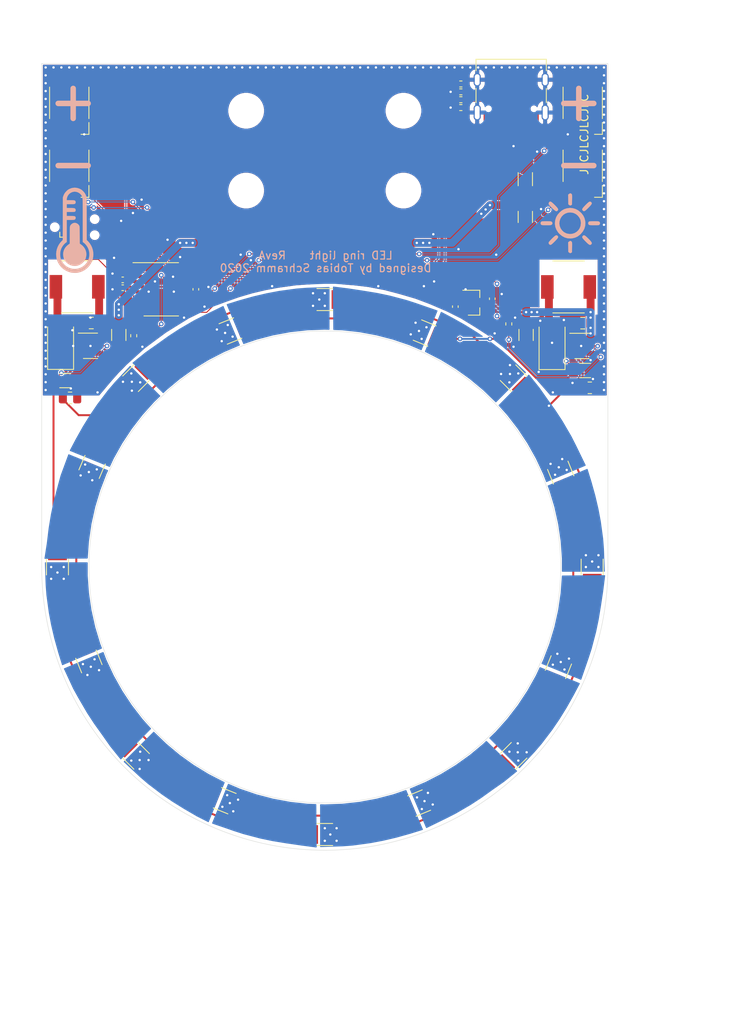
<source format=kicad_pcb>
(kicad_pcb (version 20171130) (host pcbnew 5.1.9)
  (layers (0 F.Cu signal) (31 B.Cu signal) (34 B.Paste user) (35 F.Paste user) (36 B.SilkS user) (37 F.SilkS user) (38 B.Mask user) (39 F.Mask user) (44 Edge.Cuts user))
  (net 0 "")
  (net 1 GND)
  (net 2 +5V)
  (net 3 "/LED driver warm/LED+")
  (net 4 "/LED driver cold/LED+")
  (net 5 "Net-(D1-Pad1)")
  (net 6 "Net-(D2-Pad1)")
  (net 7 "Net-(D4-Pad1)")
  (net 8 "Net-(D5-Pad1)")
  (net 9 "Net-(D6-Pad1)")
  (net 10 "Net-(D7-Pad1)")
  (net 11 "Net-(D10-Pad2)")
  (net 12 "Net-(D11-Pad2)")
  (net 13 "Net-(D10-Pad1)")
  (net 14 "Net-(D11-Pad1)")
  (net 15 "Net-(D12-Pad1)")
  (net 16 "Net-(D13-Pad1)")
  (net 17 "Net-(D14-Pad1)")
  (net 18 "/LED driver warm/LED-")
  (net 19 "/LED driver cold/LED-")
  (net 20 "Net-(D17-Pad2)")
  (net 21 "Net-(D18-Pad2)")
  (net 22 "Net-(D1-Pad2)")
  (net 23 "Net-(SW1-Pad1)")
  (net 24 "Net-(SW2-Pad1)")
  (net 25 "Net-(SW3-Pad2)")
  (net 26 "Net-(SW4-Pad2)")
  (net 27 "Net-(U3-Pad14)")
  (net 28 "Net-(U3-Pad13)")
  (net 29 "Net-(U3-Pad10)")
  (net 30 "Net-(U3-Pad9)")
  (net 31 "Net-(U3-Pad8)")
  (net 32 "Net-(U3-Pad7)")
  (net 33 "Net-(U3-Pad6)")
  (net 34 "Net-(FB1-Pad1)")
  (net 35 "Net-(J1-PadB5)")
  (net 36 "Net-(J1-PadB6)")
  (net 37 "Net-(J1-PadA8)")
  (net 38 "Net-(J1-PadA5)")
  (net 39 "Net-(J1-PadB8)")
  (net 40 "Net-(J1-PadA7)")
  (net 41 "Net-(J1-PadA6)")
  (net 42 "Net-(J1-PadB7)")
  (net 43 /SWDIO)
  (net 44 /SWCLK)
  (net 45 +3V3)
  (net 46 "Net-(J2-Pad6)")
  (net 47 /~RST)
  (net 48 /PWM1)
  (net 49 /PWM2)
  (module Icons:sun (layer B.Cu) (at 161.2 70.3)
    (fp_text reference G*** hide)
    (fp_text value LOGO hide)
  )
  (module Icons:thermometer (layer B.Cu) (at 98.2 71.2 180)
    (fp_text reference G*** hide)
    (fp_text value LOGO hide)
  )
  (module LED_SMD_HONGLITRONIC:PLCC-2 (layer F.Cu) (at 160 102 112)
    (fp_text reference D16 hide)
    (fp_text value LED)
    (pad 1 smd rect (at 0.785 0 112) (size 2.33 2.38) (layers F.Cu F.Mask) (net 19 "/LED driver cold/LED-"))
    (pad 2 smd rect (at -1.415 0 112) (size 1.1 2.38) (layers F.Cu F.Mask) (net 17 "Net-(D14-Pad1)"))
  )
  (module LED_SMD_HONGLITRONIC:PLCC-2 (layer F.Cu) (at 154 90 135)
    (fp_text reference D15 hide)
    (fp_text value LED)
    (pad 1 smd rect (at 0.785 0 135) (size 2.33 2.38) (layers F.Cu F.Mask) (net 22 "Net-(D1-Pad2)"))
    (pad 2 smd rect (at -1.415 0 135) (size 1.1 2.38) (layers F.Cu F.Mask) (net 16 "Net-(D13-Pad1)"))
  )
  (module LED_SMD_HONGLITRONIC:PLCC-2 (layer F.Cu) (at 159.705934 126.727839 68)
    (fp_text reference D14 hide)
    (fp_text value LED)
    (pad 1 smd rect (at 0.785 0 68) (size 2.33 2.38) (layers F.Cu F.Mask) (net 17 "Net-(D14-Pad1)"))
    (pad 2 smd rect (at -1.415 0 68) (size 1.1 2.38) (layers F.Cu F.Mask) (net 15 "Net-(D12-Pad1)"))
  )
  (module LED_SMD_HONGLITRONIC:PLCC-2 (layer F.Cu) (at 164 114 90)
    (fp_text reference D13 hide)
    (fp_text value LED)
    (pad 1 smd rect (at 0.785 0 90) (size 2.33 2.38) (layers F.Cu F.Mask) (net 16 "Net-(D13-Pad1)"))
    (pad 2 smd rect (at -1.415 0 90) (size 1.1 2.38) (layers F.Cu F.Mask) (net 14 "Net-(D11-Pad1)"))
  )
  (module LED_SMD_HONGLITRONIC:PLCC-2 (layer F.Cu) (at 142 144 22.5)
    (fp_text reference D12 hide)
    (fp_text value LED)
    (pad 1 smd rect (at 0.785 0 22.5) (size 2.33 2.38) (layers F.Cu F.Mask) (net 15 "Net-(D12-Pad1)"))
    (pad 2 smd rect (at -1.415 0 22.5) (size 1.1 2.38) (layers F.Cu F.Mask) (net 13 "Net-(D10-Pad1)"))
  )
  (module LED_SMD_HONGLITRONIC:PLCC-2 (layer F.Cu) (at 154 138 45)
    (fp_text reference D11 hide)
    (fp_text value LED)
    (pad 1 smd rect (at 0.785 0 45) (size 2.33 2.38) (layers F.Cu F.Mask) (net 14 "Net-(D11-Pad1)"))
    (pad 2 smd rect (at -1.415 0 45) (size 1.1 2.38) (layers F.Cu F.Mask) (net 12 "Net-(D11-Pad2)"))
  )
  (module LED_SMD_HONGLITRONIC:PLCC-2 (layer F.Cu) (at 117.272161 143.705934 338)
    (fp_text reference D10 hide)
    (fp_text value LED)
    (pad 1 smd rect (at 0.785 0 338) (size 2.33 2.38) (layers F.Cu F.Mask) (net 13 "Net-(D10-Pad1)"))
    (pad 2 smd rect (at -1.415 0 338) (size 1.1 2.38) (layers F.Cu F.Mask) (net 11 "Net-(D10-Pad2)"))
  )
  (module LED_SMD_HONGLITRONIC:PLCC-2 (layer F.Cu) (at 130 148)
    (fp_text reference D9 hide)
    (fp_text value LED)
    (pad 1 smd rect (at 0.785 0) (size 2.33 2.38) (layers F.Cu F.Mask) (net 12 "Net-(D11-Pad2)"))
    (pad 2 smd rect (at -1.415 0) (size 1.1 2.38) (layers F.Cu F.Mask) (net 10 "Net-(D7-Pad1)"))
  )
  (module LED_SMD_HONGLITRONIC:PLCC-2 (layer F.Cu) (at 100 126 292)
    (fp_text reference D8 hide)
    (fp_text value LED)
    (pad 1 smd rect (at 0.785 0 292) (size 2.33 2.38) (layers F.Cu F.Mask) (net 11 "Net-(D10-Pad2)"))
    (pad 2 smd rect (at -1.415 0 292) (size 1.1 2.38) (layers F.Cu F.Mask) (net 9 "Net-(D6-Pad1)"))
  )
  (module LED_SMD_HONGLITRONIC:PLCC-2 (layer F.Cu) (at 106 138 315)
    (fp_text reference D7 hide)
    (fp_text value LED)
    (pad 1 smd rect (at 0.785 0 315) (size 2.33 2.38) (layers F.Cu F.Mask) (net 10 "Net-(D7-Pad1)"))
    (pad 2 smd rect (at -1.415 0 315) (size 1.1 2.38) (layers F.Cu F.Mask) (net 8 "Net-(D5-Pad1)"))
  )
  (module LED_SMD_HONGLITRONIC:PLCC-2 (layer F.Cu) (at 100.406724 101.277404 247)
    (fp_text reference D6 hide)
    (fp_text value LED)
    (pad 1 smd rect (at 0.785 0 247) (size 2.33 2.38) (layers F.Cu F.Mask) (net 9 "Net-(D6-Pad1)"))
    (pad 2 smd rect (at -1.415 0 247) (size 1.1 2.38) (layers F.Cu F.Mask) (net 7 "Net-(D4-Pad1)"))
  )
  (module LED_SMD_HONGLITRONIC:PLCC-2 (layer F.Cu) (at 96 114 270)
    (fp_text reference D5 hide)
    (fp_text value LED)
    (pad 1 smd rect (at 0.785 0 270) (size 2.33 2.38) (layers F.Cu F.Mask) (net 8 "Net-(D5-Pad1)"))
    (pad 2 smd rect (at -1.415 0 270) (size 1.1 2.38) (layers F.Cu F.Mask) (net 3 "/LED driver warm/LED+"))
  )
  (module LED_SMD_HONGLITRONIC:PLCC-2 (layer F.Cu) (at 118 84 202)
    (fp_text reference D4 hide)
    (fp_text value LED)
    (pad 1 smd rect (at 0.785 0 202) (size 2.33 2.38) (layers F.Cu F.Mask) (net 7 "Net-(D4-Pad1)"))
    (pad 2 smd rect (at -1.415 0 202) (size 1.1 2.38) (layers F.Cu F.Mask) (net 6 "Net-(D2-Pad1)"))
  )
  (module LED_SMD_HONGLITRONIC:PLCC-2 (layer F.Cu) (at 106 90 225)
    (fp_text reference D3 hide)
    (fp_text value LED)
    (pad 1 smd rect (at 0.785 0 225) (size 2.33 2.38) (layers F.Cu F.Mask) (net 18 "/LED driver warm/LED-"))
    (pad 2 smd rect (at -1.415 0 225) (size 1.1 2.38) (layers F.Cu F.Mask) (net 5 "Net-(D1-Pad1)"))
  )
  (module LED_SMD_HONGLITRONIC:PLCC-2 (layer F.Cu) (at 142.7 84.258503 157.5)
    (fp_text reference D2 hide)
    (fp_text value LED)
    (pad 1 smd rect (at 0.785 0 157.5) (size 2.33 2.38) (layers F.Cu F.Mask) (net 6 "Net-(D2-Pad1)"))
    (pad 2 smd rect (at -1.415 0 157.5) (size 1.1 2.38) (layers F.Cu F.Mask) (net 4 "/LED driver cold/LED+"))
  )
  (module LED_SMD_HONGLITRONIC:PLCC-2 (layer F.Cu) (at 130 80 180)
    (fp_text reference D1 hide)
    (fp_text value LED)
    (pad 1 smd rect (at 0.785 0 180) (size 2.33 2.38) (layers F.Cu F.Mask) (net 5 "Net-(D1-Pad1)"))
    (pad 2 smd rect (at -1.415 0 180) (size 1.1 2.38) (layers F.Cu F.Mask) (net 22 "Net-(D1-Pad2)"))
  )
  (module MountingHole:MountingHole_4.3mm_M4 (layer F.Cu) (at 140 66.15)
    (fp_text reference H4 hide)
    (fp_text value MountingHole)
    (pad 1 np_thru_hole circle (at 0 0) (size 4.3 4.3) (drill 4.3) (layers *.Cu *.Mask))
  )
  (module MountingHole:MountingHole_4.3mm_M4 (layer F.Cu) (at 140 56)
    (fp_text reference H3 hide)
    (fp_text value MountingHole)
    (pad 1 np_thru_hole circle (at 0 0) (size 4.3 4.3) (drill 4.3) (layers *.Cu *.Mask))
  )
  (module MountingHole:MountingHole_4.3mm_M4 (layer F.Cu) (at 120 66.15)
    (fp_text reference H2 hide)
    (fp_text value MountingHole)
    (pad 1 np_thru_hole circle (at 0 0) (size 4.3 4.3) (drill 4.3) (layers *.Cu *.Mask))
  )
  (module MountingHole:MountingHole_4.3mm_M4 (layer F.Cu) (at 120 56)
    (fp_text reference H1 hide)
    (fp_text value MountingHole)
    (pad 1 np_thru_hole circle (at 0 0) (size 4.3 4.3) (drill 4.3) (layers *.Cu *.Mask))
  )
  (module Capacitor_SMD:C_0402_1005Metric (layer F.Cu) (at 146.600001 80.9 90)
    (fp_text reference C12 hide)
    (fp_text value 1uF)
    (pad 2 smd roundrect (at 0.48 0 90) (size 0.56 0.62) (layers F.Cu F.Paste F.Mask) (net 1 GND))
    (pad 1 smd roundrect (at -0.48 0 90) (size 0.56 0.62) (layers F.Cu F.Paste F.Mask) (net 45 +3V3))
  )
  (module Package_TO_SOT_SMD:SOT-23 (layer F.Cu) (at 148.95 80.4)
    (fp_text reference U4 hide)
    (fp_text value XC6206PxxxMR)
    (pad 3 smd rect (at 1 0) (size 0.9 0.8) (layers F.Cu F.Paste F.Mask) (net 2 +5V))
    (pad 2 smd rect (at -1 0.95) (size 0.9 0.8) (layers F.Cu F.Paste F.Mask) (net 45 +3V3))
    (pad 1 smd rect (at -1 -0.95) (size 0.9 0.8) (layers F.Cu F.Paste F.Mask) (net 1 GND))
  )
  (module Capacitor_SMD:C_0402_1005Metric (layer F.Cu) (at 151.3 79.899999 90)
    (fp_text reference C11 hide)
    (fp_text value 1uF)
    (pad 2 smd roundrect (at 0.48 0 90) (size 0.56 0.62) (layers F.Cu F.Paste F.Mask) (net 1 GND))
    (pad 1 smd roundrect (at -0.48 0 90) (size 0.56 0.62) (layers F.Cu F.Paste F.Mask) (net 2 +5V))
  )
  (module Resistor_SMD:R_0402_1005Metric (layer F.Cu) (at 153.4 83.1 90)
    (fp_text reference R8 hide)
    (fp_text value 5.1kR)
    (pad 2 smd roundrect (at 0.51 0 90) (size 0.54 0.64) (layers F.Cu F.Paste F.Mask) (net 1 GND))
    (pad 1 smd roundrect (at -0.51 0 90) (size 0.54 0.64) (layers F.Cu F.Paste F.Mask) (net 49 /PWM2))
  )
  (module Resistor_SMD:R_0402_1005Metric (layer F.Cu) (at 105.7 84.6 90)
    (fp_text reference R7 hide)
    (fp_text value 5.1kR)
    (pad 2 smd roundrect (at 0.51 0 90) (size 0.54 0.64) (layers F.Cu F.Paste F.Mask) (net 1 GND))
    (pad 1 smd roundrect (at -0.51 0 90) (size 0.54 0.64) (layers F.Cu F.Paste F.Mask) (net 48 /PWM1))
  )
  (module Connector:Tag-Connect_TC2030-IDC-NL_2x03_P1.27mm_Vertical (layer F.Cu) (at 98.2 70.8)
    (fp_text reference J2 hide)
    (fp_text value TagConnect_TC2030_SWD)
    (pad 6 connect circle (at 1.27 -0.635) (size 0.7874 0.7874) (layers F.Cu F.Mask) (net 46 "Net-(J2-Pad6)"))
    (pad 5 connect circle (at 1.27 0.635) (size 0.7874 0.7874) (layers F.Cu F.Mask) (net 1 GND))
    (pad 4 connect circle (at 0 -0.635) (size 0.7874 0.7874) (layers F.Cu F.Mask) (net 44 /SWCLK))
    (pad 3 connect circle (at 0 0.635) (size 0.7874 0.7874) (layers F.Cu F.Mask) (net 47 /~RST))
    (pad 2 connect circle (at -1.27 -0.635) (size 0.7874 0.7874) (layers F.Cu F.Mask) (net 43 /SWDIO))
    (pad 1 connect circle (at -1.27 0.635) (size 0.7874 0.7874) (layers F.Cu F.Mask) (net 45 +3V3))
    (pad "" np_thru_hole circle (at -2.54 0) (size 0.9906 0.9906) (drill 0.9906) (layers *.Cu *.Mask))
    (pad "" np_thru_hole circle (at 2.54 1.016) (size 0.9906 0.9906) (drill 0.9906) (layers *.Cu *.Mask))
    (pad "" np_thru_hole circle (at 2.54 -1.016) (size 0.9906 0.9906) (drill 0.9906) (layers *.Cu *.Mask))
  )
  (module Capacitor_SMD:C_1206_3216Metric (layer F.Cu) (at 155.5 69.5 90)
    (fp_text reference C10 hide)
    (fp_text value "10uF HiZ")
    (pad 2 smd roundrect (at 1.475 0 90) (size 1.15 1.8) (layers F.Cu F.Paste F.Mask) (roundrect_rratio 0.217391) (net 2 +5V))
    (pad 1 smd roundrect (at -1.475 0 90) (size 1.15 1.8) (layers F.Cu F.Paste F.Mask) (roundrect_rratio 0.217391) (net 1 GND))
  )
  (module Inductor_SMD:L_1206_3216Metric (layer F.Cu) (at 155.5 64.7 270)
    (fp_text reference FB1 hide)
    (fp_text value 1kR@100MHz)
    (pad 2 smd roundrect (at 1.575 0 270) (size 1.05 1.9) (layers F.Cu F.Paste F.Mask) (roundrect_rratio 0.238095) (net 2 +5V))
    (pad 1 smd roundrect (at -1.575 0 270) (size 1.05 1.9) (layers F.Cu F.Paste F.Mask) (roundrect_rratio 0.238095) (net 34 "Net-(FB1-Pad1)"))
  )
  (module Resistor_SMD:R_0402_1005Metric (layer F.Cu) (at 147.3 52.6)
    (fp_text reference R6 hide)
    (fp_text value 470R)
    (pad 2 smd roundrect (at 0.51 0) (size 0.54 0.64) (layers F.Cu F.Paste F.Mask) (net 39 "Net-(J1-PadB8)"))
    (pad 1 smd roundrect (at -0.51 0) (size 0.54 0.64) (layers F.Cu F.Paste F.Mask) (net 44 /SWCLK))
  )
  (module Resistor_SMD:R_0402_1005Metric (layer F.Cu) (at 147.3 54.6)
    (fp_text reference R5 hide)
    (fp_text value 470R)
    (pad 2 smd roundrect (at 0.51 0) (size 0.54 0.64) (layers F.Cu F.Paste F.Mask) (net 37 "Net-(J1-PadA8)"))
    (pad 1 smd roundrect (at -0.51 0) (size 0.54 0.64) (layers F.Cu F.Paste F.Mask) (net 43 /SWDIO))
  )
  (module Resistor_SMD:R_0402_1005Metric (layer F.Cu) (at 147.3 55.6)
    (fp_text reference R4 hide)
    (fp_text value 5.1kR)
    (pad 2 smd roundrect (at 0.51 0) (size 0.54 0.64) (layers F.Cu F.Paste F.Mask) (net 35 "Net-(J1-PadB5)"))
    (pad 1 smd roundrect (at -0.51 0) (size 0.54 0.64) (layers F.Cu F.Paste F.Mask) (net 1 GND))
  )
  (module Resistor_SMD:R_0402_1005Metric (layer F.Cu) (at 147.3 53.6)
    (fp_text reference R3 hide)
    (fp_text value 5.1kR)
    (pad 2 smd roundrect (at 0.51 0) (size 0.54 0.64) (layers F.Cu F.Paste F.Mask) (net 38 "Net-(J1-PadA5)"))
    (pad 1 smd roundrect (at -0.51 0) (size 0.54 0.64) (layers F.Cu F.Paste F.Mask) (net 1 GND))
  )
  (module Connector_USB:USB_C_Receptacle_Palconn_UTC16-G (layer F.Cu) (at 153.7 54.3 180)
    (fp_text reference J1 hide)
    (fp_text value USB_C_Receptacle_USB2.0)
    (pad A12 smd rect (at 3.2 -2.51 180) (size 0.6 1.16) (layers F.Cu F.Paste F.Mask) (net 1 GND))
    (pad A9 smd rect (at 2.4 -2.51 180) (size 0.6 1.16) (layers F.Cu F.Paste F.Mask) (net 34 "Net-(FB1-Pad1)"))
    (pad B1 smd rect (at 3.2 -2.51 180) (size 0.6 1.16) (layers F.Cu F.Paste F.Mask) (net 1 GND))
    (pad B4 smd rect (at 2.4 -2.51 180) (size 0.6 1.16) (layers F.Cu F.Paste F.Mask) (net 34 "Net-(FB1-Pad1)"))
    (pad B12 smd rect (at -3.2 -2.51 180) (size 0.6 1.16) (layers F.Cu F.Paste F.Mask) (net 1 GND))
    (pad A1 smd rect (at -3.2 -2.51 180) (size 0.6 1.16) (layers F.Cu F.Paste F.Mask) (net 1 GND))
    (pad B9 smd rect (at -2.4 -2.51 180) (size 0.6 1.16) (layers F.Cu F.Paste F.Mask) (net 34 "Net-(FB1-Pad1)"))
    (pad A4 smd rect (at -2.4 -2.51 180) (size 0.6 1.16) (layers F.Cu F.Paste F.Mask) (net 34 "Net-(FB1-Pad1)"))
    (pad "" np_thru_hole circle (at -2.89 -1.45) (size 0.6 0.6) (drill 0.6) (layers *.Cu *.Mask))
    (pad "" np_thru_hole circle (at 2.89 -1.45) (size 0.6 0.6) (drill 0.6) (layers *.Cu *.Mask))
    (pad B5 smd rect (at 1.75 -2.51) (size 0.3 1.16) (layers F.Cu F.Paste F.Mask) (net 35 "Net-(J1-PadB5)"))
    (pad B6 smd rect (at 0.75 -2.51) (size 0.3 1.16) (layers F.Cu F.Paste F.Mask) (net 36 "Net-(J1-PadB6)"))
    (pad A8 smd rect (at 1.25 -2.51) (size 0.3 1.16) (layers F.Cu F.Paste F.Mask) (net 37 "Net-(J1-PadA8)"))
    (pad A5 smd rect (at -1.25 -2.51) (size 0.3 1.16) (layers F.Cu F.Paste F.Mask) (net 38 "Net-(J1-PadA5)"))
    (pad B8 smd rect (at -1.75 -2.51) (size 0.3 1.16) (layers F.Cu F.Paste F.Mask) (net 39 "Net-(J1-PadB8)"))
    (pad A7 smd rect (at 0.25 -2.51) (size 0.3 1.16) (layers F.Cu F.Paste F.Mask) (net 40 "Net-(J1-PadA7)"))
    (pad A6 smd rect (at -0.25 -2.51) (size 0.3 1.16) (layers F.Cu F.Paste F.Mask) (net 41 "Net-(J1-PadA6)"))
    (pad B7 smd rect (at -0.75 -2.51) (size 0.3 1.16) (layers F.Cu F.Paste F.Mask) (net 42 "Net-(J1-PadB7)"))
    (pad S1 thru_hole oval (at 4.32 2.24 270) (size 1.7 0.9) (drill oval 1.4 0.6) (layers *.Cu *.Mask) (net 1 GND))
    (pad S1 thru_hole oval (at -4.32 2.24 270) (size 1.7 0.9) (drill oval 1.4 0.6) (layers *.Cu *.Mask) (net 1 GND))
    (pad S1 thru_hole oval (at 4.32 -1.93 270) (size 2 0.9) (drill oval 1.7 0.6) (layers *.Cu *.Mask) (net 1 GND))
    (pad S1 thru_hole oval (at -4.32 -1.93 270) (size 2 0.9) (drill oval 1.7 0.6) (layers *.Cu *.Mask) (net 1 GND))
  )
  (module Capacitor_SMD:C_1206_3216Metric (layer F.Cu) (at 103.8 84.5 90)
    (fp_text reference C9 hide)
    (fp_text value 47uF)
    (pad 2 smd roundrect (at 1.475 0 90) (size 1.15 1.8) (layers F.Cu F.Paste F.Mask) (roundrect_rratio 0.217391) (net 2 +5V))
    (pad 1 smd roundrect (at -1.475 0 90) (size 1.15 1.8) (layers F.Cu F.Paste F.Mask) (roundrect_rratio 0.217391) (net 1 GND))
  )
  (module Capacitor_SMD:C_1206_3216Metric (layer F.Cu) (at 155.6 84.5 90)
    (fp_text reference C8 hide)
    (fp_text value 47uF)
    (pad 2 smd roundrect (at 1.475 0 90) (size 1.15 1.8) (layers F.Cu F.Paste F.Mask) (roundrect_rratio 0.217391) (net 2 +5V))
    (pad 1 smd roundrect (at -1.475 0 90) (size 1.15 1.8) (layers F.Cu F.Paste F.Mask) (roundrect_rratio 0.217391) (net 1 GND))
  )
  (module Capacitor_SMD:C_0402_1005Metric (layer F.Cu) (at 104.3 78.5)
    (fp_text reference C7 hide)
    (fp_text value 100nF)
    (pad 2 smd roundrect (at 0.48 0) (size 0.56 0.62) (layers F.Cu F.Paste F.Mask) (net 45 +3V3))
    (pad 1 smd roundrect (at -0.48 0) (size 0.56 0.62) (layers F.Cu F.Paste F.Mask) (net 1 GND))
  )
  (module Capacitor_SMD:C_0402_1005Metric (layer F.Cu) (at 113.6 78.7 270)
    (fp_text reference C6 hide)
    (fp_text value 100nF)
    (pad 2 smd roundrect (at 0.48 0 270) (size 0.56 0.62) (layers F.Cu F.Paste F.Mask) (net 1 GND))
    (pad 1 smd roundrect (at -0.48 0 270) (size 0.56 0.62) (layers F.Cu F.Paste F.Mask) (net 45 +3V3))
  )
  (module Capacitor_SMD:C_0402_1005Metric (layer F.Cu) (at 104.3 77.5)
    (fp_text reference C5 hide)
    (fp_text value 100nF)
    (pad 2 smd roundrect (at 0.48 0) (size 0.56 0.62) (layers F.Cu F.Paste F.Mask) (net 47 /~RST))
    (pad 1 smd roundrect (at -0.48 0) (size 0.56 0.62) (layers F.Cu F.Paste F.Mask) (net 1 GND))
  )
  (module Package_SO:TSSOP-20_4.4x6.5mm_P0.65mm (layer F.Cu) (at 109.2 78.7)
    (fp_text reference U3 hide)
    (fp_text value STM32F030F4Px)
    (pad 20 smd roundrect (at 2.8625 -2.925) (size 1.475 0.4) (layers F.Cu F.Paste F.Mask) (net 44 /SWCLK))
    (pad 19 smd roundrect (at 2.8625 -2.275) (size 1.475 0.4) (layers F.Cu F.Paste F.Mask) (net 43 /SWDIO))
    (pad 18 smd roundrect (at 2.8625 -1.625) (size 1.475 0.4) (layers F.Cu F.Paste F.Mask) (net 49 /PWM2))
    (pad 17 smd roundrect (at 2.8625 -0.975) (size 1.475 0.4) (layers F.Cu F.Paste F.Mask) (net 48 /PWM1))
    (pad 16 smd roundrect (at 2.8625 -0.325) (size 1.475 0.4) (layers F.Cu F.Paste F.Mask) (net 45 +3V3))
    (pad 15 smd roundrect (at 2.8625 0.325) (size 1.475 0.4) (layers F.Cu F.Paste F.Mask) (net 1 GND))
    (pad 14 smd roundrect (at 2.8625 0.975) (size 1.475 0.4) (layers F.Cu F.Paste F.Mask) (net 27 "Net-(U3-Pad14)"))
    (pad 13 smd roundrect (at 2.8625 1.625) (size 1.475 0.4) (layers F.Cu F.Paste F.Mask) (net 28 "Net-(U3-Pad13)"))
    (pad 12 smd roundrect (at 2.8625 2.275) (size 1.475 0.4) (layers F.Cu F.Paste F.Mask) (net 25 "Net-(SW3-Pad2)"))
    (pad 11 smd roundrect (at 2.8625 2.925) (size 1.475 0.4) (layers F.Cu F.Paste F.Mask) (net 26 "Net-(SW4-Pad2)"))
    (pad 10 smd roundrect (at -2.8625 2.925) (size 1.475 0.4) (layers F.Cu F.Paste F.Mask) (net 29 "Net-(U3-Pad10)"))
    (pad 9 smd roundrect (at -2.8625 2.275) (size 1.475 0.4) (layers F.Cu F.Paste F.Mask) (net 30 "Net-(U3-Pad9)"))
    (pad 8 smd roundrect (at -2.8625 1.625) (size 1.475 0.4) (layers F.Cu F.Paste F.Mask) (net 31 "Net-(U3-Pad8)"))
    (pad 7 smd roundrect (at -2.8625 0.975) (size 1.475 0.4) (layers F.Cu F.Paste F.Mask) (net 32 "Net-(U3-Pad7)"))
    (pad 6 smd roundrect (at -2.8625 0.325) (size 1.475 0.4) (layers F.Cu F.Paste F.Mask) (net 33 "Net-(U3-Pad6)"))
    (pad 5 smd roundrect (at -2.8625 -0.325) (size 1.475 0.4) (layers F.Cu F.Paste F.Mask) (net 45 +3V3))
    (pad 4 smd roundrect (at -2.8625 -0.975) (size 1.475 0.4) (layers F.Cu F.Paste F.Mask) (net 47 /~RST))
    (pad 3 smd roundrect (at -2.8625 -1.625) (size 1.475 0.4) (layers F.Cu F.Paste F.Mask) (net 24 "Net-(SW2-Pad1)"))
    (pad 2 smd roundrect (at -2.8625 -2.275) (size 1.475 0.4) (layers F.Cu F.Paste F.Mask) (net 23 "Net-(SW1-Pad1)"))
    (pad 1 smd roundrect (at -2.8625 -2.925) (size 1.475 0.4) (layers F.Cu F.Paste F.Mask) (net 1 GND))
  )
  (module XKB_switch:TS-1187A-X-X-X (layer F.Cu) (at 162.8 63 90)
    (fp_text reference SW4 hide)
    (fp_text value DIM)
    (pad 1 smd rect (at -3 1.875 270) (size 1 0.75) (layers F.Cu F.Paste F.Mask) (net 1 GND))
    (pad 2 smd rect (at -3 -1.875 270) (size 1 0.75) (layers F.Cu F.Paste F.Mask) (net 26 "Net-(SW4-Pad2)"))
    (pad 2 smd rect (at 3 -1.875 90) (size 1 0.75) (layers F.Cu F.Paste F.Mask) (net 26 "Net-(SW4-Pad2)"))
    (pad 1 smd rect (at 3 1.875 90) (size 1 0.75) (layers F.Cu F.Paste F.Mask) (net 1 GND))
  )
  (module XKB_switch:TS-1187A-X-X-X (layer F.Cu) (at 162.8 55 90)
    (fp_text reference SW3 hide)
    (fp_text value BRIGHT)
    (pad 1 smd rect (at -3 1.875 270) (size 1 0.75) (layers F.Cu F.Paste F.Mask) (net 1 GND))
    (pad 2 smd rect (at -3 -1.875 270) (size 1 0.75) (layers F.Cu F.Paste F.Mask) (net 25 "Net-(SW3-Pad2)"))
    (pad 2 smd rect (at 3 -1.875 90) (size 1 0.75) (layers F.Cu F.Paste F.Mask) (net 25 "Net-(SW3-Pad2)"))
    (pad 1 smd rect (at 3 1.875 90) (size 1 0.75) (layers F.Cu F.Paste F.Mask) (net 1 GND))
  )
  (module XKB_switch:TS-1187A-X-X-X (layer F.Cu) (at 97.5 63 90)
    (fp_text reference SW2 hide)
    (fp_text value COLD)
    (pad 1 smd rect (at -3 1.875 270) (size 1 0.75) (layers F.Cu F.Paste F.Mask) (net 24 "Net-(SW2-Pad1)"))
    (pad 2 smd rect (at -3 -1.875 270) (size 1 0.75) (layers F.Cu F.Paste F.Mask) (net 1 GND))
    (pad 2 smd rect (at 3 -1.875 90) (size 1 0.75) (layers F.Cu F.Paste F.Mask) (net 1 GND))
    (pad 1 smd rect (at 3 1.875 90) (size 1 0.75) (layers F.Cu F.Paste F.Mask) (net 24 "Net-(SW2-Pad1)"))
  )
  (module XKB_switch:TS-1187A-X-X-X (layer F.Cu) (at 97.5 55 90)
    (fp_text reference SW1 hide)
    (fp_text value WARM)
    (pad 1 smd rect (at -3 1.875 270) (size 1 0.75) (layers F.Cu F.Paste F.Mask) (net 23 "Net-(SW1-Pad1)"))
    (pad 2 smd rect (at -3 -1.875 270) (size 1 0.75) (layers F.Cu F.Paste F.Mask) (net 1 GND))
    (pad 2 smd rect (at 3 -1.875 90) (size 1 0.75) (layers F.Cu F.Paste F.Mask) (net 1 GND))
    (pad 1 smd rect (at 3 1.875 90) (size 1 0.75) (layers F.Cu F.Paste F.Mask) (net 23 "Net-(SW1-Pad1)"))
  )
  (module Package_TO_SOT_SMD:SOT-23-6 (layer F.Cu) (at 162.7 85.9)
    (fp_text reference U2 hide)
    (fp_text value SY7200A)
    (pad 5 smd rect (at 1.1 0) (size 1.06 0.65) (layers F.Cu F.Paste F.Mask) (net 4 "/LED driver cold/LED+"))
    (pad 6 smd rect (at 1.1 -0.95) (size 1.06 0.65) (layers F.Cu F.Paste F.Mask) (net 2 +5V))
    (pad 4 smd rect (at 1.1 0.95) (size 1.06 0.65) (layers F.Cu F.Paste F.Mask) (net 49 /PWM2))
    (pad 3 smd rect (at -1.1 0.95) (size 1.06 0.65) (layers F.Cu F.Paste F.Mask) (net 19 "/LED driver cold/LED-"))
    (pad 2 smd rect (at -1.1 0) (size 1.06 0.65) (layers F.Cu F.Paste F.Mask) (net 1 GND))
    (pad 1 smd rect (at -1.1 -0.95) (size 1.06 0.65) (layers F.Cu F.Paste F.Mask) (net 21 "Net-(D18-Pad2)"))
  )
  (module Package_TO_SOT_SMD:SOT-23-6 (layer F.Cu) (at 100.2 85.879999)
    (fp_text reference U1 hide)
    (fp_text value SY7200A)
    (pad 1 smd rect (at -1.1 -0.95) (size 1.06 0.65) (layers F.Cu F.Paste F.Mask) (net 20 "Net-(D17-Pad2)"))
    (pad 2 smd rect (at -1.1 0) (size 1.06 0.65) (layers F.Cu F.Paste F.Mask) (net 1 GND))
    (pad 3 smd rect (at -1.1 0.95) (size 1.06 0.65) (layers F.Cu F.Paste F.Mask) (net 18 "/LED driver warm/LED-"))
    (pad 4 smd rect (at 1.1 0.95) (size 1.06 0.65) (layers F.Cu F.Paste F.Mask) (net 48 /PWM1))
    (pad 6 smd rect (at 1.1 -0.95) (size 1.06 0.65) (layers F.Cu F.Paste F.Mask) (net 2 +5V))
    (pad 5 smd rect (at 1.1 0) (size 1.06 0.65) (layers F.Cu F.Paste F.Mask) (net 3 "/LED driver warm/LED+"))
  )
  (module Resistor_SMD:R_0805_2012Metric (layer F.Cu) (at 163.7 91.22)
    (fp_text reference R2 hide)
    (fp_text value 2.4R)
    (pad 2 smd roundrect (at 0.9125 0) (size 1.025 1.4) (layers F.Cu F.Paste F.Mask) (roundrect_rratio 0.243902) (net 1 GND))
    (pad 1 smd roundrect (at -0.9125 0) (size 1.025 1.4) (layers F.Cu F.Paste F.Mask) (roundrect_rratio 0.243902) (net 19 "/LED driver cold/LED-"))
  )
  (module Resistor_SMD:R_0805_2012Metric (layer F.Cu) (at 97.6 92.5)
    (fp_text reference R1 hide)
    (fp_text value 2.4R)
    (pad 1 smd roundrect (at -0.9125 0) (size 1.025 1.4) (layers F.Cu F.Paste F.Mask) (roundrect_rratio 0.243902) (net 18 "/LED driver warm/LED-"))
    (pad 2 smd roundrect (at 0.9125 0) (size 1.025 1.4) (layers F.Cu F.Paste F.Mask) (roundrect_rratio 0.243902) (net 1 GND))
  )
  (module Inductor_Sunlord:MWSA0603S (layer F.Cu) (at 161 78.4 180)
    (fp_text reference L2 hide)
    (fp_text value 47uH)
    (pad 2 smd rect (at 2.7 0 180) (size 1.6 3) (layers F.Cu F.Paste F.Mask) (net 21 "Net-(D18-Pad2)"))
    (pad 1 smd rect (at -2.7 0 180) (size 1.6 3) (layers F.Cu F.Paste F.Mask) (net 2 +5V))
  )
  (module Inductor_Sunlord:MWSA0603S (layer F.Cu) (at 98.5 78.38 180)
    (fp_text reference L1 hide)
    (fp_text value 47uH)
    (pad 1 smd rect (at -2.7 0 180) (size 1.6 3) (layers F.Cu F.Paste F.Mask) (net 2 +5V))
    (pad 2 smd rect (at 2.7 0 180) (size 1.6 3) (layers F.Cu F.Paste F.Mask) (net 20 "Net-(D17-Pad2)"))
  )
  (module Diode_SMD:D_SMA (layer F.Cu) (at 158.9 85.5 90)
    (fp_text reference D18 hide)
    (fp_text value SS210)
    (pad 2 smd rect (at 2 0 90) (size 2.5 1.8) (layers F.Cu F.Paste F.Mask) (net 21 "Net-(D18-Pad2)"))
    (pad 1 smd rect (at -2 0 90) (size 2.5 1.8) (layers F.Cu F.Paste F.Mask) (net 4 "/LED driver cold/LED+"))
  )
  (module Diode_SMD:D_SMA (layer F.Cu) (at 96.4 85.48 90)
    (fp_text reference D17 hide)
    (fp_text value SS210)
    (pad 1 smd rect (at -2 0 90) (size 2.5 1.8) (layers F.Cu F.Paste F.Mask) (net 3 "/LED driver warm/LED+"))
    (pad 2 smd rect (at 2 0 90) (size 2.5 1.8) (layers F.Cu F.Paste F.Mask) (net 20 "Net-(D17-Pad2)"))
  )
  (module Capacitor_SMD:C_1206_3216Metric (layer F.Cu) (at 163.1 89.02)
    (fp_text reference C4 hide)
    (fp_text value 4.7uF)
    (pad 2 smd roundrect (at 1.475 0) (size 1.15 1.8) (layers F.Cu F.Paste F.Mask) (roundrect_rratio 0.217391) (net 1 GND))
    (pad 1 smd roundrect (at -1.475 0) (size 1.15 1.8) (layers F.Cu F.Paste F.Mask) (roundrect_rratio 0.217391) (net 4 "/LED driver cold/LED+"))
  )
  (module Capacitor_SMD:C_0805_2012Metric (layer F.Cu) (at 162.8 83 180)
    (fp_text reference C3 hide)
    (fp_text value 10uF)
    (pad 2 smd roundrect (at 0.95 0 180) (size 1 1.45) (layers F.Cu F.Paste F.Mask) (net 1 GND))
    (pad 1 smd roundrect (at -0.95 0 180) (size 1 1.45) (layers F.Cu F.Paste F.Mask) (net 2 +5V))
  )
  (module Capacitor_SMD:C_1206_3216Metric (layer F.Cu) (at 97 90.3)
    (fp_text reference C2 hide)
    (fp_text value 4.7uF)
    (pad 1 smd roundrect (at -1.475 0) (size 1.15 1.8) (layers F.Cu F.Paste F.Mask) (roundrect_rratio 0.217391) (net 3 "/LED driver warm/LED+"))
    (pad 2 smd roundrect (at 1.475 0) (size 1.15 1.8) (layers F.Cu F.Paste F.Mask) (roundrect_rratio 0.217391) (net 1 GND))
  )
  (module Capacitor_SMD:C_0805_2012Metric (layer F.Cu) (at 100.300001 82.98 180)
    (fp_text reference C1 hide)
    (fp_text value 10uF)
    (pad 1 smd roundrect (at -0.95 0 180) (size 1 1.45) (layers F.Cu F.Paste F.Mask) (net 2 +5V))
    (pad 2 smd roundrect (at 0.95 0 180) (size 1 1.45) (layers F.Cu F.Paste F.Mask) (net 1 GND))
  )
  (gr_text JLCJLCJLCJLC (at 163 59 90) (layer F.SilkS) (effects (font (size 1 1))))
  (gr_text "LED ring light    RevA\nDesigned by Tobias Schramm 2020" (at 130.1 75.2) (layer B.SilkS) (effects (font (size 1 1)) (justify mirror)))
  (gr_text - (at 162.3 62.6) (layer B.SilkS) (effects (font (size 5 5) (thickness 0.7))))
  (gr_text + (at 162.3 54.7) (layer B.SilkS) (effects (font (size 5 5) (thickness 0.7))))
  (gr_text - (at 98 62.6) (layer B.SilkS) (effects (font (size 5 5) (thickness 0.7))))
  (gr_text + (at 98 54.7) (layer B.SilkS) (effects (font (size 5 5) (thickness 0.7))))
  (gr_line (start 94 50) (end 94 114) (layer Edge.Cuts) (width 0.05))
  (gr_line (start 166 50) (end 94 50) (layer Edge.Cuts) (width 0.05))
  (gr_line (start 166 114) (end 166 50) (layer Edge.Cuts) (width 0.05))
  (gr_arc (start 130 114) (end 94 114) (angle -180) (layer Edge.Cuts) (width 0.05))
  (gr_circle (center 130 114) (end 160 114) (layer Edge.Cuts) (width 0.05))
  (segment (start 99.1 85.88) (end 99.42 85.88) (width 0.25) (layer F.Cu) (net 1))
  (segment (start 99.42 85.88) (end 100.1 85.2) (width 0.25) (layer F.Cu) (net 1))
  (segment (start 100.1 85.2) (end 100.1 83.8) (width 0.25) (layer F.Cu) (net 1))
  (segment (start 100.1 83.8) (end 99.3 83) (width 0.25) (layer F.Cu) (net 1))
  (segment (start 161.958602 85.9) (end 162.7 86.641398) (width 0.25) (layer F.Cu) (net 1))
  (segment (start 161.6 85.9) (end 161.958602 85.9) (width 0.25) (layer F.Cu) (net 1))
  (segment (start 162.7 86.641398) (end 162.7 87.32) (width 0.25) (layer F.Cu) (net 1))
  (segment (start 162.7 87.32) (end 164.5 89.12) (width 0.25) (layer F.Cu) (net 1))
  (segment (start 161.6 85.9) (end 161.92 85.9) (width 0.25) (layer F.Cu) (net 1))
  (segment (start 161.92 85.9) (end 162.6 85.22) (width 0.25) (layer F.Cu) (net 1))
  (segment (start 162.6 85.22) (end 162.6 83.82) (width 0.25) (layer F.Cu) (net 1))
  (segment (start 162.6 83.82) (end 161.8 83.02) (width 0.25) (layer F.Cu) (net 1))
  (segment (start 164.6125 91.22) (end 164.6125 89.1) (width 0.25) (layer F.Cu) (net 1))
  (segment (start 99.1 85.879999) (end 99.479999 85.879999) (width 0.25) (layer F.Cu) (net 1))
  (segment (start 99.479999 85.879999) (end 100.1 86.5) (width 0.25) (layer F.Cu) (net 1))
  (segment (start 100.1 86.5) (end 100.1 88.7) (width 0.25) (layer F.Cu) (net 1))
  (segment (start 100.1 88.7) (end 98.5 90.3) (width 0.25) (layer F.Cu) (net 1))
  (segment (start 98.5125 92.5) (end 98.5125 90.3) (width 0.25) (layer F.Cu) (net 1))
  (segment (start 112.0625 79.025) (end 113.425 79.025) (width 0.25) (layer F.Cu) (net 1))
  (segment (start 113.425 79.025) (end 113.6 79.2) (width 0.25) (layer F.Cu) (net 1))
  (segment (start 147.85 79.45) (end 147 80.3) (width 0.25) (layer F.Cu) (net 1))
  (segment (start 151.3 79.419999) (end 148 79.420001) (width 0.25) (layer F.Cu) (net 1))
  (segment (start 147 80.3) (end 146.5 80.300002) (width 0.25) (layer F.Cu) (net 1))
  (segment (start 147.95 79.45) (end 147.85 79.45) (width 0.25) (layer F.Cu) (net 1))
  (segment (start 103.82 78.5) (end 103.82 77.52) (width 0.127) (layer F.Cu) (net 1))
  (via (at 103.2 74.7) (size 0.6) (drill 0.3) (layers F.Cu B.Cu) (net 1))
  (segment (start 99.47 71.435) (end 99.47 72.6) (width 0.127) (layer F.Cu) (net 1))
  (via (at 103 78.7) (size 0.6) (drill 0.3) (layers F.Cu B.Cu) (net 1))
  (via (at 103 76.7) (size 0.6) (drill 0.3) (layers F.Cu B.Cu) (net 1))
  (via (at 98 85.9) (size 0.6) (drill 0.3) (layers F.Cu B.Cu) (net 1))
  (via (at 143.9 77.7) (size 0.6) (drill 0.3) (layers F.Cu B.Cu) (net 1))
  (via (at 142.6 78.3) (size 0.6) (drill 0.3) (layers F.Cu B.Cu) (net 1))
  (via (at 143.8 71.7) (size 0.6) (drill 0.3) (layers F.Cu B.Cu) (net 1))
  (via (at 110 72.4) (size 0.6) (drill 0.3) (layers F.Cu B.Cu) (net 1))
  (via (at 108.4 77.7) (size 0.6) (drill 0.3) (layers F.Cu B.Cu) (net 1))
  (via (at 110.7 77.1) (size 0.6) (drill 0.3) (layers F.Cu B.Cu) (net 1))
  (via (at 111.6 74.6) (size 0.6) (drill 0.3) (layers F.Cu B.Cu) (net 1))
  (via (at 123.3 78.3) (size 0.6) (drill 0.3) (layers F.Cu B.Cu) (net 1))
  (via (at 136.8 78.3) (size 0.6) (drill 0.3) (layers F.Cu B.Cu) (net 1))
  (via (at 94.5 50.5) (size 0.6) (drill 0.3) (layers F.Cu B.Cu) (net 1))
  (via (at 95.5 50.5) (size 0.6) (drill 0.3) (layers F.Cu B.Cu) (net 1))
  (via (at 96.5 50.5) (size 0.6) (drill 0.3) (layers F.Cu B.Cu) (net 1))
  (via (at 97.5 50.5) (size 0.6) (drill 0.3) (layers F.Cu B.Cu) (net 1))
  (via (at 98.5 50.5) (size 0.6) (drill 0.3) (layers F.Cu B.Cu) (net 1))
  (via (at 99.5 50.5) (size 0.6) (drill 0.3) (layers F.Cu B.Cu) (net 1))
  (via (at 100.5 50.5) (size 0.6) (drill 0.3) (layers F.Cu B.Cu) (net 1))
  (via (at 101.5 50.5) (size 0.6) (drill 0.3) (layers F.Cu B.Cu) (net 1))
  (via (at 102.5 50.5) (size 0.6) (drill 0.3) (layers F.Cu B.Cu) (net 1))
  (via (at 103.5 50.5) (size 0.6) (drill 0.3) (layers F.Cu B.Cu) (net 1))
  (via (at 104.5 50.5) (size 0.6) (drill 0.3) (layers F.Cu B.Cu) (net 1))
  (via (at 105.5 50.5) (size 0.6) (drill 0.3) (layers F.Cu B.Cu) (net 1))
  (via (at 106.5 50.5) (size 0.6) (drill 0.3) (layers F.Cu B.Cu) (net 1))
  (via (at 107.5 50.5) (size 0.6) (drill 0.3) (layers F.Cu B.Cu) (net 1))
  (via (at 108.5 50.5) (size 0.6) (drill 0.3) (layers F.Cu B.Cu) (net 1))
  (via (at 109.5 50.5) (size 0.6) (drill 0.3) (layers F.Cu B.Cu) (net 1))
  (via (at 110.5 50.5) (size 0.6) (drill 0.3) (layers F.Cu B.Cu) (net 1))
  (via (at 111.5 50.5) (size 0.6) (drill 0.3) (layers F.Cu B.Cu) (net 1))
  (via (at 112.5 50.5) (size 0.6) (drill 0.3) (layers F.Cu B.Cu) (net 1))
  (via (at 113.5 50.5) (size 0.6) (drill 0.3) (layers F.Cu B.Cu) (net 1))
  (via (at 114.5 50.5) (size 0.6) (drill 0.3) (layers F.Cu B.Cu) (net 1))
  (via (at 115.5 50.5) (size 0.6) (drill 0.3) (layers F.Cu B.Cu) (net 1))
  (via (at 116.5 50.5) (size 0.6) (drill 0.3) (layers F.Cu B.Cu) (net 1))
  (via (at 117.5 50.5) (size 0.6) (drill 0.3) (layers F.Cu B.Cu) (net 1))
  (via (at 118.5 50.5) (size 0.6) (drill 0.3) (layers F.Cu B.Cu) (net 1))
  (via (at 119.5 50.5) (size 0.6) (drill 0.3) (layers F.Cu B.Cu) (net 1))
  (via (at 120.5 50.5) (size 0.6) (drill 0.3) (layers F.Cu B.Cu) (net 1))
  (via (at 121.5 50.5) (size 0.6) (drill 0.3) (layers F.Cu B.Cu) (net 1))
  (via (at 122.5 50.5) (size 0.6) (drill 0.3) (layers F.Cu B.Cu) (net 1))
  (via (at 123.5 50.5) (size 0.6) (drill 0.3) (layers F.Cu B.Cu) (net 1))
  (via (at 124.5 50.5) (size 0.6) (drill 0.3) (layers F.Cu B.Cu) (net 1))
  (via (at 125.5 50.5) (size 0.6) (drill 0.3) (layers F.Cu B.Cu) (net 1))
  (via (at 126.5 50.5) (size 0.6) (drill 0.3) (layers F.Cu B.Cu) (net 1))
  (via (at 127.5 50.5) (size 0.6) (drill 0.3) (layers F.Cu B.Cu) (net 1))
  (via (at 128.5 50.5) (size 0.6) (drill 0.3) (layers F.Cu B.Cu) (net 1))
  (via (at 129.5 50.5) (size 0.6) (drill 0.3) (layers F.Cu B.Cu) (net 1))
  (via (at 130.5 50.5) (size 0.6) (drill 0.3) (layers F.Cu B.Cu) (net 1))
  (via (at 131.5 50.5) (size 0.6) (drill 0.3) (layers F.Cu B.Cu) (net 1))
  (via (at 132.5 50.5) (size 0.6) (drill 0.3) (layers F.Cu B.Cu) (net 1))
  (via (at 133.5 50.5) (size 0.6) (drill 0.3) (layers F.Cu B.Cu) (net 1))
  (via (at 134.5 50.5) (size 0.6) (drill 0.3) (layers F.Cu B.Cu) (net 1))
  (via (at 135.5 50.5) (size 0.6) (drill 0.3) (layers F.Cu B.Cu) (net 1))
  (via (at 136.5 50.5) (size 0.6) (drill 0.3) (layers F.Cu B.Cu) (net 1))
  (via (at 137.5 50.5) (size 0.6) (drill 0.3) (layers F.Cu B.Cu) (net 1))
  (via (at 138.5 50.5) (size 0.6) (drill 0.3) (layers F.Cu B.Cu) (net 1))
  (via (at 139.5 50.5) (size 0.6) (drill 0.3) (layers F.Cu B.Cu) (net 1))
  (via (at 140.5 50.5) (size 0.6) (drill 0.3) (layers F.Cu B.Cu) (net 1))
  (via (at 141.5 50.5) (size 0.6) (drill 0.3) (layers F.Cu B.Cu) (net 1))
  (via (at 142.5 50.5) (size 0.6) (drill 0.3) (layers F.Cu B.Cu) (net 1))
  (via (at 143.5 50.5) (size 0.6) (drill 0.3) (layers F.Cu B.Cu) (net 1))
  (via (at 144.5 50.5) (size 0.6) (drill 0.3) (layers F.Cu B.Cu) (net 1))
  (via (at 145.5 50.5) (size 0.6) (drill 0.3) (layers F.Cu B.Cu) (net 1))
  (via (at 146.5 50.5) (size 0.6) (drill 0.3) (layers F.Cu B.Cu) (net 1))
  (via (at 147.5 50.5) (size 0.6) (drill 0.3) (layers F.Cu B.Cu) (net 1))
  (via (at 148.5 50.5) (size 0.6) (drill 0.3) (layers F.Cu B.Cu) (net 1))
  (via (at 149.5 50.5) (size 0.6) (drill 0.3) (layers F.Cu B.Cu) (net 1))
  (via (at 150.5 50.5) (size 0.6) (drill 0.3) (layers F.Cu B.Cu) (net 1))
  (via (at 151.5 50.5) (size 0.6) (drill 0.3) (layers F.Cu B.Cu) (net 1))
  (via (at 152.5 50.5) (size 0.6) (drill 0.3) (layers F.Cu B.Cu) (net 1))
  (via (at 153.5 50.5) (size 0.6) (drill 0.3) (layers F.Cu B.Cu) (net 1))
  (via (at 154.5 50.5) (size 0.6) (drill 0.3) (layers F.Cu B.Cu) (net 1))
  (via (at 155.5 50.5) (size 0.6) (drill 0.3) (layers F.Cu B.Cu) (net 1))
  (via (at 156.5 50.5) (size 0.6) (drill 0.3) (layers F.Cu B.Cu) (net 1))
  (via (at 157.5 50.5) (size 0.6) (drill 0.3) (layers F.Cu B.Cu) (net 1))
  (via (at 158.5 50.5) (size 0.6) (drill 0.3) (layers F.Cu B.Cu) (net 1))
  (via (at 159.5 50.5) (size 0.6) (drill 0.3) (layers F.Cu B.Cu) (net 1))
  (via (at 160.5 50.5) (size 0.6) (drill 0.3) (layers F.Cu B.Cu) (net 1))
  (via (at 161.5 50.5) (size 0.6) (drill 0.3) (layers F.Cu B.Cu) (net 1))
  (via (at 162.5 50.5) (size 0.6) (drill 0.3) (layers F.Cu B.Cu) (net 1))
  (via (at 163.5 50.5) (size 0.6) (drill 0.3) (layers F.Cu B.Cu) (net 1))
  (via (at 164.5 50.5) (size 0.6) (drill 0.3) (layers F.Cu B.Cu) (net 1))
  (via (at 165.5 50.5) (size 0.6) (drill 0.3) (layers F.Cu B.Cu) (net 1))
  (via (at 94.5 51.5) (size 0.6) (drill 0.3) (layers F.Cu B.Cu) (net 1))
  (via (at 94.5 52.5) (size 0.6) (drill 0.3) (layers F.Cu B.Cu) (net 1))
  (via (at 94.5 53.5) (size 0.6) (drill 0.3) (layers F.Cu B.Cu) (net 1))
  (via (at 94.5 54.5) (size 0.6) (drill 0.3) (layers F.Cu B.Cu) (net 1))
  (via (at 94.5 55.5) (size 0.6) (drill 0.3) (layers F.Cu B.Cu) (net 1))
  (via (at 94.5 56.5) (size 0.6) (drill 0.3) (layers F.Cu B.Cu) (net 1))
  (via (at 94.5 57.5) (size 0.6) (drill 0.3) (layers F.Cu B.Cu) (net 1))
  (via (at 94.5 58.5) (size 0.6) (drill 0.3) (layers F.Cu B.Cu) (net 1))
  (via (at 94.5 59.5) (size 0.6) (drill 0.3) (layers F.Cu B.Cu) (net 1))
  (via (at 94.5 60.5) (size 0.6) (drill 0.3) (layers F.Cu B.Cu) (net 1))
  (via (at 94.5 61.5) (size 0.6) (drill 0.3) (layers F.Cu B.Cu) (net 1))
  (via (at 94.5 62.5) (size 0.6) (drill 0.3) (layers F.Cu B.Cu) (net 1))
  (via (at 94.5 63.5) (size 0.6) (drill 0.3) (layers F.Cu B.Cu) (net 1))
  (via (at 94.5 64.5) (size 0.6) (drill 0.3) (layers F.Cu B.Cu) (net 1))
  (via (at 94.5 65.5) (size 0.6) (drill 0.3) (layers F.Cu B.Cu) (net 1))
  (via (at 94.5 66.5) (size 0.6) (drill 0.3) (layers F.Cu B.Cu) (net 1))
  (via (at 94.5 67.5) (size 0.6) (drill 0.3) (layers F.Cu B.Cu) (net 1))
  (via (at 94.5 68.5) (size 0.6) (drill 0.3) (layers F.Cu B.Cu) (net 1))
  (via (at 94.5 69.5) (size 0.6) (drill 0.3) (layers F.Cu B.Cu) (net 1))
  (via (at 94.5 70.5) (size 0.6) (drill 0.3) (layers F.Cu B.Cu) (net 1))
  (via (at 94.5 71.5) (size 0.6) (drill 0.3) (layers F.Cu B.Cu) (net 1))
  (via (at 94.5 72.5) (size 0.6) (drill 0.3) (layers F.Cu B.Cu) (net 1))
  (via (at 94.5 73.5) (size 0.6) (drill 0.3) (layers F.Cu B.Cu) (net 1))
  (via (at 94.5 74.5) (size 0.6) (drill 0.3) (layers F.Cu B.Cu) (net 1))
  (via (at 94.5 75.5) (size 0.6) (drill 0.3) (layers F.Cu B.Cu) (net 1))
  (via (at 94.5 76.5) (size 0.6) (drill 0.3) (layers F.Cu B.Cu) (net 1))
  (via (at 94.5 77.5) (size 0.6) (drill 0.3) (layers F.Cu B.Cu) (net 1))
  (via (at 94.5 78.5) (size 0.6) (drill 0.3) (layers F.Cu B.Cu) (net 1))
  (via (at 94.5 79.5) (size 0.6) (drill 0.3) (layers F.Cu B.Cu) (net 1))
  (via (at 94.5 80.5) (size 0.6) (drill 0.3) (layers F.Cu B.Cu) (net 1))
  (via (at 94.5 81.5) (size 0.6) (drill 0.3) (layers F.Cu B.Cu) (net 1))
  (via (at 94.5 82.5) (size 0.6) (drill 0.3) (layers F.Cu B.Cu) (net 1))
  (via (at 94.5 83.5) (size 0.6) (drill 0.3) (layers F.Cu B.Cu) (net 1))
  (via (at 94.5 84.5) (size 0.6) (drill 0.3) (layers F.Cu B.Cu) (net 1))
  (via (at 94.5 85.5) (size 0.6) (drill 0.3) (layers F.Cu B.Cu) (net 1))
  (via (at 94.5 86.5) (size 0.6) (drill 0.3) (layers F.Cu B.Cu) (net 1))
  (via (at 94.5 87.5) (size 0.6) (drill 0.3) (layers F.Cu B.Cu) (net 1))
  (via (at 94.5 88.5) (size 0.6) (drill 0.3) (layers F.Cu B.Cu) (net 1))
  (via (at 94.5 89.5) (size 0.6) (drill 0.3) (layers F.Cu B.Cu) (net 1))
  (via (at 94.5 90.5) (size 0.6) (drill 0.3) (layers F.Cu B.Cu) (net 1))
  (via (at 94.5 91.5) (size 0.6) (drill 0.3) (layers F.Cu B.Cu) (net 1))
  (via (at 165.5 51.5) (size 0.6) (drill 0.3) (layers F.Cu B.Cu) (net 1))
  (via (at 165.5 52.5) (size 0.6) (drill 0.3) (layers F.Cu B.Cu) (net 1))
  (via (at 165.5 53.5) (size 0.6) (drill 0.3) (layers F.Cu B.Cu) (net 1))
  (via (at 165.5 54.5) (size 0.6) (drill 0.3) (layers F.Cu B.Cu) (net 1))
  (via (at 165.5 55.5) (size 0.6) (drill 0.3) (layers F.Cu B.Cu) (net 1))
  (via (at 165.5 56.5) (size 0.6) (drill 0.3) (layers F.Cu B.Cu) (net 1))
  (via (at 165.5 57.5) (size 0.6) (drill 0.3) (layers F.Cu B.Cu) (net 1))
  (via (at 165.5 58.5) (size 0.6) (drill 0.3) (layers F.Cu B.Cu) (net 1))
  (via (at 165.5 59.5) (size 0.6) (drill 0.3) (layers F.Cu B.Cu) (net 1))
  (via (at 165.5 60.5) (size 0.6) (drill 0.3) (layers F.Cu B.Cu) (net 1))
  (via (at 165.5 61.5) (size 0.6) (drill 0.3) (layers F.Cu B.Cu) (net 1))
  (via (at 165.5 62.5) (size 0.6) (drill 0.3) (layers F.Cu B.Cu) (net 1))
  (via (at 165.5 63.5) (size 0.6) (drill 0.3) (layers F.Cu B.Cu) (net 1))
  (via (at 165.5 64.5) (size 0.6) (drill 0.3) (layers F.Cu B.Cu) (net 1))
  (via (at 165.5 65.5) (size 0.6) (drill 0.3) (layers F.Cu B.Cu) (net 1))
  (via (at 165.5 66.5) (size 0.6) (drill 0.3) (layers F.Cu B.Cu) (net 1))
  (via (at 165.5 67.5) (size 0.6) (drill 0.3) (layers F.Cu B.Cu) (net 1))
  (via (at 165.5 68.5) (size 0.6) (drill 0.3) (layers F.Cu B.Cu) (net 1))
  (via (at 165.5 69.5) (size 0.6) (drill 0.3) (layers F.Cu B.Cu) (net 1))
  (via (at 165.5 70.5) (size 0.6) (drill 0.3) (layers F.Cu B.Cu) (net 1))
  (via (at 165.5 71.5) (size 0.6) (drill 0.3) (layers F.Cu B.Cu) (net 1))
  (via (at 165.5 72.5) (size 0.6) (drill 0.3) (layers F.Cu B.Cu) (net 1))
  (via (at 165.5 73.5) (size 0.6) (drill 0.3) (layers F.Cu B.Cu) (net 1))
  (via (at 165.5 74.5) (size 0.6) (drill 0.3) (layers F.Cu B.Cu) (net 1))
  (via (at 165.5 75.5) (size 0.6) (drill 0.3) (layers F.Cu B.Cu) (net 1))
  (via (at 165.5 76.5) (size 0.6) (drill 0.3) (layers F.Cu B.Cu) (net 1))
  (via (at 165.5 77.5) (size 0.6) (drill 0.3) (layers F.Cu B.Cu) (net 1))
  (via (at 165.5 78.5) (size 0.6) (drill 0.3) (layers F.Cu B.Cu) (net 1))
  (via (at 165.5 79.5) (size 0.6) (drill 0.3) (layers F.Cu B.Cu) (net 1))
  (via (at 165.5 80.5) (size 0.6) (drill 0.3) (layers F.Cu B.Cu) (net 1))
  (via (at 165.5 81.5) (size 0.6) (drill 0.3) (layers F.Cu B.Cu) (net 1))
  (via (at 165.5 82.5) (size 0.6) (drill 0.3) (layers F.Cu B.Cu) (net 1))
  (via (at 165.5 83.5) (size 0.6) (drill 0.3) (layers F.Cu B.Cu) (net 1))
  (via (at 165.5 84.5) (size 0.6) (drill 0.3) (layers F.Cu B.Cu) (net 1))
  (via (at 165.5 85.5) (size 0.6) (drill 0.3) (layers F.Cu B.Cu) (net 1))
  (via (at 165.5 86.5) (size 0.6) (drill 0.3) (layers F.Cu B.Cu) (net 1))
  (via (at 165.5 88.5) (size 0.6) (drill 0.3) (layers F.Cu B.Cu) (net 1))
  (via (at 165.5 89.5) (size 0.6) (drill 0.3) (layers F.Cu B.Cu) (net 1))
  (via (at 165.5 90.5) (size 0.6) (drill 0.3) (layers F.Cu B.Cu) (net 1))
  (via (at 165.5 91.5) (size 0.6) (drill 0.3) (layers F.Cu B.Cu) (net 1))
  (via (at 146 53.6) (size 0.6) (drill 0.3) (layers F.Cu B.Cu) (net 1))
  (via (at 146 55.6) (size 0.6) (drill 0.3) (layers F.Cu B.Cu) (net 1))
  (via (at 157.2 89.2) (size 0.6) (drill 0.3) (layers F.Cu B.Cu) (net 1))
  (via (at 160.4 82.6) (size 0.6) (drill 0.3) (layers F.Cu B.Cu) (net 1))
  (via (at 162.6 85.9) (size 0.6) (drill 0.3) (layers F.Cu B.Cu) (net 1))
  (via (at 163.8 87.7) (size 0.6) (drill 0.3) (layers F.Cu B.Cu) (net 1))
  (via (at 161.5 90.6) (size 0.6) (drill 0.3) (layers F.Cu B.Cu) (net 1))
  (via (at 159 91.8) (size 0.6) (drill 0.3) (layers F.Cu B.Cu) (net 1))
  (via (at 164.1 90.1) (size 0.6) (drill 0.3) (layers F.Cu B.Cu) (net 1))
  (via (at 157.4 82.7) (size 0.6) (drill 0.3) (layers F.Cu B.Cu) (net 1))
  (via (at 158.9 85.5) (size 0.6) (drill 0.3) (layers F.Cu B.Cu) (net 1))
  (via (at 154 86) (size 0.6) (drill 0.3) (layers F.Cu B.Cu) (net 1))
  (via (at 151.6 84.3) (size 0.6) (drill 0.3) (layers F.Cu B.Cu) (net 1))
  (via (at 147.9 78.7) (size 0.6) (drill 0.3) (layers F.Cu B.Cu) (net 1))
  (via (at 152.5 79.3) (size 0.6) (drill 0.3) (layers F.Cu B.Cu) (net 1))
  (via (at 151.8 74.3) (size 0.6) (drill 0.3) (layers F.Cu B.Cu) (net 1))
  (via (at 100.2 82.3) (size 0.6) (drill 0.3) (layers F.Cu B.Cu) (net 1))
  (via (at 97.9 83.9) (size 0.6) (drill 0.3) (layers F.Cu B.Cu) (net 1))
  (via (at 100.2 85.9) (size 0.6) (drill 0.3) (layers F.Cu B.Cu) (net 1))
  (via (at 97.7 91.3) (size 0.6) (drill 0.3) (layers F.Cu B.Cu) (net 1))
  (via (at 101.1 91.8) (size 0.6) (drill 0.3) (layers F.Cu B.Cu) (net 1))
  (via (at 106.8 86) (size 0.6) (drill 0.3) (layers F.Cu B.Cu) (net 1))
  (via (at 112.1 82.3) (size 0.6) (drill 0.3) (layers F.Cu B.Cu) (net 1))
  (via (at 114.7 80.9) (size 0.6) (drill 0.3) (layers F.Cu B.Cu) (net 1))
  (via (at 107.6 79) (size 0.6) (drill 0.3) (layers F.Cu B.Cu) (net 1))
  (via (at 110.8 79) (size 0.6) (drill 0.3) (layers F.Cu B.Cu) (net 1))
  (via (at 115.2 78.4) (size 0.6) (drill 0.3) (layers F.Cu B.Cu) (net 1))
  (via (at 120.6 75) (size 0.6) (drill 0.3) (layers F.Cu B.Cu) (net 1))
  (via (at 104.1 70) (size 0.6) (drill 0.3) (layers F.Cu B.Cu) (net 1))
  (via (at 99.4 59) (size 0.6) (drill 0.3) (layers F.Cu B.Cu) (net 1))
  (via (at 160.9 59) (size 0.6) (drill 0.3) (layers F.Cu B.Cu) (net 1))
  (via (at 157 61.2) (size 0.6) (drill 0.3) (layers F.Cu B.Cu) (net 1))
  (via (at 157.5 68.5) (size 0.6) (drill 0.3) (layers F.Cu B.Cu) (net 1))
  (via (at 154.2 82.3) (size 0.6) (drill 0.3) (layers F.Cu B.Cu) (net 1))
  (via (at 119.3 74.3) (size 0.6) (drill 0.3) (layers F.Cu B.Cu) (net 1))
  (via (at 147 73.6) (size 0.6) (drill 0.3) (layers F.Cu B.Cu) (net 1))
  (via (at 154 60.5) (size 0.6) (drill 0.3) (layers F.Cu B.Cu) (net 1))
  (via (at 105.6 69) (size 0.6) (drill 0.3) (layers F.Cu B.Cu) (net 1))
  (via (at 106.7 67.3) (size 0.6) (drill 0.3) (layers F.Cu B.Cu) (net 1))
  (segment (start 101.299999 82.98) (end 101.299999 84.75) (width 1) (layer F.Cu) (net 2))
  (segment (start 101.299999 82.98) (end 101.299999 78.3) (width 1) (layer F.Cu) (net 2))
  (segment (start 163.8 83) (end 163.8 83.6) (width 1) (layer F.Cu) (net 2))
  (segment (start 163.8 83) (end 163.8 82.3) (width 1) (layer F.Cu) (net 2))
  (segment (start 155.5 68.025) (end 155.5 66.3) (width 2) (layer F.Cu) (net 2))
  (segment (start 149.95 80.4) (end 151.3 80.4) (width 0.25) (layer F.Cu) (net 2))
  (segment (start 163.8 84.3) (end 163.8 84.77) (width 1) (layer F.Cu) (net 2))
  (via (at 163.8 84.3) (size 0.6) (drill 0.3) (layers F.Cu B.Cu) (net 2))
  (segment (start 163.8 83.6) (end 163.8 84.3) (width 1) (layer F.Cu) (net 2))
  (via (at 163.8 83.6) (size 0.6) (drill 0.3) (layers F.Cu B.Cu) (net 2))
  (segment (start 163.8 82.3) (end 163.8 81.6) (width 1) (layer F.Cu) (net 2))
  (via (at 163.8 82.3) (size 0.6) (drill 0.3) (layers F.Cu B.Cu) (net 2))
  (segment (start 163.8 81.6) (end 163.8 78.32) (width 1) (layer F.Cu) (net 2))
  (via (at 163.8 81.6) (size 0.6) (drill 0.3) (layers F.Cu B.Cu) (net 2))
  (segment (start 163.8 84.3) (end 163.8 81.6) (width 1) (layer B.Cu) (net 2))
  (via (at 155.6 81.6) (size 0.6) (drill 0.3) (layers F.Cu B.Cu) (net 2))
  (segment (start 155.6 83.025) (end 155.6 81.6) (width 1) (layer F.Cu) (net 2))
  (via (at 156.3 81.6) (size 0.6) (drill 0.3) (layers F.Cu B.Cu) (net 2))
  (segment (start 155.6 81.6) (end 156.3 81.6) (width 1) (layer F.Cu) (net 2))
  (segment (start 156.3 81.6) (end 155.6 81.6) (width 1) (layer B.Cu) (net 2))
  (via (at 157 81.6) (size 0.6) (drill 0.3) (layers F.Cu B.Cu) (net 2))
  (segment (start 156.3 81.6) (end 157 81.6) (width 1) (layer F.Cu) (net 2))
  (segment (start 157 81.6) (end 156.3 81.6) (width 1) (layer B.Cu) (net 2))
  (segment (start 163.8 81.6) (end 157 81.6) (width 1) (layer B.Cu) (net 2))
  (segment (start 103.8 83.025) (end 101.325 83.025) (width 1) (layer F.Cu) (net 2))
  (segment (start 155.6 81.6) (end 155.6 75.4) (width 1) (layer F.Cu) (net 2))
  (segment (start 155.6 75.4) (end 158 73) (width 1) (layer F.Cu) (net 2))
  (segment (start 158 73) (end 158 70.5) (width 1) (layer F.Cu) (net 2))
  (segment (start 158 70.5) (end 155.5 68) (width 1) (layer F.Cu) (net 2))
  (via (at 103.8 82) (size 0.6) (drill 0.3) (layers F.Cu B.Cu) (net 2))
  (segment (start 103.8 83.025) (end 103.8 82) (width 1) (layer F.Cu) (net 2))
  (via (at 103.8 81.3) (size 0.6) (drill 0.3) (layers F.Cu B.Cu) (net 2))
  (segment (start 103.8 82) (end 103.8 81.3) (width 1) (layer F.Cu) (net 2))
  (via (at 103.8 80.6) (size 0.6) (drill 0.3) (layers F.Cu B.Cu) (net 2))
  (segment (start 103.8 81.3) (end 103.8 80.6) (width 1) (layer F.Cu) (net 2))
  (segment (start 103.8 82) (end 103.8 80.6) (width 1) (layer B.Cu) (net 2))
  (segment (start 103.8 80.6) (end 110.4 74) (width 1) (layer B.Cu) (net 2))
  (segment (start 155.6 81.6) (end 152.5 81.6) (width 0.25) (layer F.Cu) (net 2))
  (segment (start 152.5 81.6) (end 151.3 80.4) (width 0.25) (layer F.Cu) (net 2))
  (segment (start 110.4 74) (end 111.6 72.8) (width 1) (layer B.Cu) (net 2))
  (via (at 111.6 72.8) (size 0.6) (drill 0.3) (layers F.Cu B.Cu) (net 2))
  (via (at 112.4 72.8) (size 0.6) (drill 0.3) (layers F.Cu B.Cu) (net 2))
  (segment (start 111.6 72.8) (end 112.4 72.8) (width 1) (layer B.Cu) (net 2))
  (via (at 113.2 72.8) (size 0.6) (drill 0.3) (layers F.Cu B.Cu) (net 2))
  (segment (start 112.4 72.8) (end 113.2 72.8) (width 1) (layer B.Cu) (net 2))
  (via (at 143.3 72.8) (size 0.6) (drill 0.3) (layers F.Cu B.Cu) (net 2))
  (via (at 142.5 72.8) (size 0.6) (drill 0.3) (layers F.Cu B.Cu) (net 2))
  (segment (start 143.6 72.8) (end 142.8 72.8) (width 1) (layer B.Cu) (net 2))
  (via (at 141.7 72.8) (size 0.6) (drill 0.3) (layers F.Cu B.Cu) (net 2))
  (segment (start 142.8 72.8) (end 142 72.8) (width 1) (layer B.Cu) (net 2))
  (segment (start 142 72.8) (end 142.8 72.8) (width 1) (layer F.Cu) (net 2))
  (segment (start 111.6 72.8) (end 142 72.8) (width 1) (layer F.Cu) (net 2))
  (via (at 151 68) (size 0.6) (drill 0.3) (layers F.Cu B.Cu) (net 2))
  (segment (start 143.6 72.8) (end 146.2 72.8) (width 1) (layer B.Cu) (net 2))
  (via (at 150.45 68.55) (size 0.6) (drill 0.3) (layers F.Cu B.Cu) (net 2))
  (segment (start 151 68) (end 150.45 68.55) (width 1) (layer F.Cu) (net 2))
  (segment (start 150.45 68.55) (end 151 68) (width 1) (layer B.Cu) (net 2))
  (via (at 149.9 69.1) (size 0.6) (drill 0.3) (layers F.Cu B.Cu) (net 2))
  (segment (start 150.45 68.55) (end 149.9 69.1) (width 1) (layer F.Cu) (net 2))
  (segment (start 149.9 69.1) (end 150.45 68.55) (width 1) (layer B.Cu) (net 2))
  (segment (start 146.2 72.8) (end 149.9 69.1) (width 1) (layer B.Cu) (net 2))
  (segment (start 151 68) (end 155.5 68) (width 1) (layer F.Cu) (net 2))
  (segment (start 142.5 72.8) (end 143.3 72.8) (width 1) (layer F.Cu) (net 2))
  (segment (start 142.5 72.8) (end 141.7 72.8) (width 1) (layer B.Cu) (net 2))
  (segment (start 96 112.585) (end 95.5 112.085) (width 0.25) (layer F.Cu) (net 3))
  (segment (start 95.5 112.085) (end 95.5 90.4) (width 0.25) (layer F.Cu) (net 3))
  (segment (start 95.525 90.3) (end 95.525 88.375) (width 0.5) (layer F.Cu) (net 3))
  (segment (start 95.525 88.375) (end 96.3 87.6) (width 0.5) (layer F.Cu) (net 3))
  (segment (start 96.3 87.6) (end 96.5 87.6) (width 0.5) (layer F.Cu) (net 3))
  (via (at 102.3 85.9) (size 0.6) (drill 0.3) (layers F.Cu B.Cu) (net 3))
  (segment (start 102.279999 85.879999) (end 102.3 85.9) (width 0.127) (layer F.Cu) (net 3))
  (segment (start 101.3 85.879999) (end 102.279999 85.879999) (width 0.127) (layer F.Cu) (net 3))
  (via (at 96.5 89.3) (size 0.6) (drill 0.3) (layers F.Cu B.Cu) (net 3))
  (segment (start 96.5 89.325) (end 96.5 89.3) (width 0.127) (layer F.Cu) (net 3))
  (segment (start 95.525 90.3) (end 96.5 89.325) (width 0.127) (layer F.Cu) (net 3))
  (segment (start 98.9 89.3) (end 102.3 85.9) (width 0.127) (layer B.Cu) (net 3))
  (segment (start 96.5 89.3) (end 98.9 89.3) (width 0.127) (layer B.Cu) (net 3))
  (segment (start 161.625 89.02) (end 160.4 89.02) (width 0.5) (layer F.Cu) (net 4))
  (segment (start 160.4 89.02) (end 158.9 87.52) (width 0.5) (layer F.Cu) (net 4))
  (via (at 164.7 85.92) (size 0.6) (drill 0.3) (layers F.Cu B.Cu) (net 4))
  (segment (start 164.68 85.9) (end 164.7 85.92) (width 0.127) (layer F.Cu) (net 4))
  (segment (start 163.8 85.9) (end 164.68 85.9) (width 0.127) (layer F.Cu) (net 4))
  (segment (start 161.625 89.02) (end 161.625 88.745) (width 0.127) (layer F.Cu) (net 4))
  (via (at 160.7 87.82) (size 0.6) (drill 0.3) (layers F.Cu B.Cu) (net 4))
  (segment (start 161.625 88.745) (end 160.7 87.82) (width 0.127) (layer F.Cu) (net 4))
  (segment (start 164.7 85.92) (end 162.8 87.82) (width 0.127) (layer B.Cu) (net 4))
  (segment (start 162.8 87.82) (end 160.7 87.82) (width 0.127) (layer B.Cu) (net 4))
  (via (at 147.2 85) (size 0.6) (drill 0.3) (layers F.Cu B.Cu) (net 4))
  (segment (start 144.30729 85) (end 147.2 85) (width 0.25) (layer F.Cu) (net 4))
  (segment (start 147.2 85) (end 150.2 85) (width 0.25) (layer B.Cu) (net 4))
  (via (at 151 85) (size 0.6) (drill 0.3) (layers F.Cu B.Cu) (net 4))
  (segment (start 150.2 85) (end 151 85) (width 0.25) (layer B.Cu) (net 4))
  (segment (start 161.625 89.275) (end 161.625 89.02) (width 0.25) (layer F.Cu) (net 4))
  (segment (start 160.9 90) (end 161.625 89.275) (width 0.25) (layer F.Cu) (net 4))
  (segment (start 156.9 90) (end 160.9 90) (width 0.25) (layer F.Cu) (net 4))
  (segment (start 151.9 85) (end 156.9 90) (width 0.25) (layer F.Cu) (net 4))
  (segment (start 151 85) (end 151.9 85) (width 0.25) (layer F.Cu) (net 4))
  (via (at 129.3 80) (size 0.6) (drill 0.3) (layers F.Cu B.Cu) (net 5))
  (via (at 128.5 79.2) (size 0.6) (drill 0.3) (layers F.Cu B.Cu) (net 5))
  (via (at 128.5 80.8) (size 0.6) (drill 0.3) (layers F.Cu B.Cu) (net 5))
  (via (at 130 80.8) (size 0.6) (drill 0.3) (layers F.Cu B.Cu) (net 5))
  (via (at 130 79.2) (size 0.6) (drill 0.3) (layers F.Cu B.Cu) (net 5))
  (segment (start 107.000556 88.999444) (end 111.728571 84.271429) (width 0.25) (layer F.Cu) (net 5))
  (segment (start 129.215 80) (end 121.994118 80) (width 0.25) (layer F.Cu) (net 5))
  (segment (start 111.728571 84.271429) (end 121.994118 80) (width 0.25) (layer F.Cu) (net 5))
  (segment (start 142.274755 84.158097) (end 138 82.4) (width 0.25) (layer F.Cu) (net 6))
  (segment (start 119.311965 83.469932) (end 121.9 82.4) (width 0.25) (layer F.Cu) (net 6))
  (segment (start 138 82.4) (end 121.9 82.4) (width 0.25) (layer F.Cu) (net 6))
  (via (at 140.929476 84.426966) (size 0.6) (drill 0.3) (layers F.Cu B.Cu) (net 6))
  (via (at 141.974727 83.994009) (size 0.6) (drill 0.3) (layers F.Cu B.Cu) (net 6))
  (via (at 141.541769 82.948758) (size 0.6) (drill 0.3) (layers F.Cu B.Cu) (net 6))
  (via (at 142.927588 83.522783) (size 0.6) (drill 0.3) (layers F.Cu B.Cu) (net 6))
  (via (at 142.315295 85.000991) (size 0.6) (drill 0.3) (layers F.Cu B.Cu) (net 6))
  (via (at 116.27543 83.811482) (size 0.6) (drill 0.3) (layers F.Cu B.Cu) (net 7))
  (via (at 116.887724 85.28969) (size 0.6) (drill 0.3) (layers F.Cu B.Cu) (net 7))
  (via (at 118.273543 84.715665) (size 0.6) (drill 0.3) (layers F.Cu B.Cu) (net 7))
  (via (at 117.661249 83.237457) (size 0.6) (drill 0.3) (layers F.Cu B.Cu) (net 7))
  (via (at 117.320681 84.244439) (size 0.6) (drill 0.3) (layers F.Cu B.Cu) (net 7))
  (segment (start 113.353911 86.040202) (end 101.969491 97.424621) (width 0.25) (layer F.Cu) (net 7))
  (segment (start 117.619781 84.260656) (end 113.353911 86.040202) (width 0.25) (layer F.Cu) (net 7))
  (segment (start 100.89603 100.011194) (end 101.969491 97.424621) (width 0.25) (layer F.Cu) (net 7))
  (segment (start 96 114.785) (end 96 122.005882) (width 0.25) (layer F.Cu) (net 8))
  (segment (start 104.999444 136.999444) (end 100.271429 132.271429) (width 0.25) (layer F.Cu) (net 8))
  (segment (start 100.271429 132.271429) (end 96 122.005882) (width 0.25) (layer F.Cu) (net 8))
  (via (at 95.2 115.5) (size 0.6) (drill 0.3) (layers F.Cu B.Cu) (net 8))
  (via (at 95.2 114) (size 0.6) (drill 0.3) (layers F.Cu B.Cu) (net 8))
  (via (at 96.8 114) (size 0.6) (drill 0.3) (layers F.Cu B.Cu) (net 8))
  (via (at 96 114.7) (size 0.6) (drill 0.3) (layers F.Cu B.Cu) (net 8))
  (via (at 96.8 115.5) (size 0.6) (drill 0.3) (layers F.Cu B.Cu) (net 8))
  (segment (start 98.4 106) (end 98.4 122.1) (width 0.25) (layer F.Cu) (net 9))
  (segment (start 100.158097 101.725245) (end 98.4 106) (width 0.25) (layer F.Cu) (net 9))
  (segment (start 99.469931 124.688035) (end 98.4 122.1) (width 0.25) (layer F.Cu) (net 9))
  (via (at 100.426966 102.970524) (size 0.6) (drill 0.3) (layers F.Cu B.Cu) (net 9))
  (via (at 99.994009 101.925273) (size 0.6) (drill 0.3) (layers F.Cu B.Cu) (net 9))
  (via (at 98.948758 102.358231) (size 0.6) (drill 0.3) (layers F.Cu B.Cu) (net 9))
  (via (at 99.522783 100.972412) (size 0.6) (drill 0.3) (layers F.Cu B.Cu) (net 9))
  (via (at 101.000991 101.584705) (size 0.6) (drill 0.3) (layers F.Cu B.Cu) (net 9))
  (segment (start 106.513531 138.604159) (end 111.619466 143.710093) (width 0.25) (layer F.Cu) (net 10))
  (segment (start 128.585083 147.948575) (end 121.89866 147.948575) (width 0.25) (layer F.Cu) (net 10))
  (segment (start 121.89866 147.948575) (end 111.619466 143.710093) (width 0.25) (layer F.Cu) (net 10))
  (via (at 106.453344 139.667976) (size 0.6) (drill 0.3) (layers F.Cu B.Cu) (net 10))
  (via (at 105.392684 138.607316) (size 0.6) (drill 0.3) (layers F.Cu B.Cu) (net 10))
  (via (at 106.524055 137.475945) (size 0.6) (drill 0.3) (layers F.Cu B.Cu) (net 10))
  (via (at 106.453344 138.536605) (size 0.6) (drill 0.3) (layers F.Cu B.Cu) (net 10))
  (via (at 107.584715 138.536605) (size 0.6) (drill 0.3) (layers F.Cu B.Cu) (net 10))
  (segment (start 102.040202 130.646089) (end 113.424621 142.030509) (width 0.25) (layer F.Cu) (net 11))
  (segment (start 100.260656 126.380219) (end 102.040202 130.646089) (width 0.25) (layer F.Cu) (net 11))
  (segment (start 116.011194 143.10397) (end 113.424621 142.030509) (width 0.25) (layer F.Cu) (net 11))
  (via (at 101.28969 127.112276) (size 0.6) (drill 0.3) (layers F.Cu B.Cu) (net 11))
  (via (at 100.244439 126.679319) (size 0.6) (drill 0.3) (layers F.Cu B.Cu) (net 11))
  (via (at 99.811482 127.72457) (size 0.6) (drill 0.3) (layers F.Cu B.Cu) (net 11))
  (via (at 99.237457 126.338751) (size 0.6) (drill 0.3) (layers F.Cu B.Cu) (net 11))
  (via (at 100.715665 125.726457) (size 0.6) (drill 0.3) (layers F.Cu B.Cu) (net 11))
  (segment (start 130.785 148) (end 138.005882 148) (width 0.25) (layer F.Cu) (net 12))
  (segment (start 152.999444 139.000556) (end 148.271429 143.728571) (width 0.25) (layer F.Cu) (net 12))
  (segment (start 148.271429 143.728571) (end 138.005882 148) (width 0.25) (layer F.Cu) (net 12))
  (via (at 131.5 148.8) (size 0.6) (drill 0.3) (layers F.Cu B.Cu) (net 12))
  (via (at 130 148.8) (size 0.6) (drill 0.3) (layers F.Cu B.Cu) (net 12))
  (via (at 130 147.2) (size 0.6) (drill 0.3) (layers F.Cu B.Cu) (net 12))
  (via (at 130.7 148) (size 0.6) (drill 0.3) (layers F.Cu B.Cu) (net 12))
  (via (at 131.5 147.2) (size 0.6) (drill 0.3) (layers F.Cu B.Cu) (net 12))
  (segment (start 122 145.6) (end 138.1 145.6) (width 0.25) (layer F.Cu) (net 13))
  (segment (start 117.725245 143.841903) (end 122 145.6) (width 0.25) (layer F.Cu) (net 13))
  (segment (start 140.688035 144.530069) (end 138.1 145.6) (width 0.25) (layer F.Cu) (net 13))
  (via (at 118.970524 143.573034) (size 0.6) (drill 0.3) (layers F.Cu B.Cu) (net 13))
  (via (at 117.925273 144.005991) (size 0.6) (drill 0.3) (layers F.Cu B.Cu) (net 13))
  (via (at 118.358231 145.051242) (size 0.6) (drill 0.3) (layers F.Cu B.Cu) (net 13))
  (via (at 116.972412 144.477217) (size 0.6) (drill 0.3) (layers F.Cu B.Cu) (net 13))
  (via (at 117.584705 142.999009) (size 0.6) (drill 0.3) (layers F.Cu B.Cu) (net 13))
  (segment (start 154.604159 137.486469) (end 159.710093 132.380534) (width 0.25) (layer F.Cu) (net 14))
  (segment (start 163.948575 115.414917) (end 163.948575 122.10134) (width 0.25) (layer F.Cu) (net 14))
  (segment (start 163.948575 122.10134) (end 159.710093 132.380534) (width 0.25) (layer F.Cu) (net 14))
  (via (at 155.667976 137.546656) (size 0.6) (drill 0.3) (layers F.Cu B.Cu) (net 14))
  (via (at 154.607316 138.607316) (size 0.6) (drill 0.3) (layers F.Cu B.Cu) (net 14))
  (via (at 153.475945 137.475945) (size 0.6) (drill 0.3) (layers F.Cu B.Cu) (net 14))
  (via (at 154.536605 137.546656) (size 0.6) (drill 0.3) (layers F.Cu B.Cu) (net 14))
  (via (at 154.536605 136.415285) (size 0.6) (drill 0.3) (layers F.Cu B.Cu) (net 14))
  (segment (start 146.646089 141.959798) (end 158.030509 130.575379) (width 0.25) (layer F.Cu) (net 15))
  (segment (start 142.380219 143.739344) (end 146.646089 141.959798) (width 0.25) (layer F.Cu) (net 15))
  (segment (start 159.10397 127.988806) (end 158.030509 130.575379) (width 0.25) (layer F.Cu) (net 15))
  (via (at 143.112276 142.71031) (size 0.6) (drill 0.3) (layers F.Cu B.Cu) (net 15))
  (via (at 142.679319 143.755561) (size 0.6) (drill 0.3) (layers F.Cu B.Cu) (net 15))
  (via (at 143.72457 144.188518) (size 0.6) (drill 0.3) (layers F.Cu B.Cu) (net 15))
  (via (at 142.338751 144.762543) (size 0.6) (drill 0.3) (layers F.Cu B.Cu) (net 15))
  (via (at 141.726457 143.284335) (size 0.6) (drill 0.3) (layers F.Cu B.Cu) (net 15))
  (segment (start 164 113.215) (end 164 105.994118) (width 0.25) (layer F.Cu) (net 16))
  (segment (start 155.000556 91.000556) (end 159.728571 95.728571) (width 0.25) (layer F.Cu) (net 16))
  (segment (start 159.728571 95.728571) (end 164 105.994118) (width 0.25) (layer F.Cu) (net 16))
  (via (at 164.8 112.5) (size 0.6) (drill 0.3) (layers F.Cu B.Cu) (net 16))
  (via (at 164.8 114) (size 0.6) (drill 0.3) (layers F.Cu B.Cu) (net 16))
  (via (at 163.2 114) (size 0.6) (drill 0.3) (layers F.Cu B.Cu) (net 16))
  (via (at 164 113.3) (size 0.6) (drill 0.3) (layers F.Cu B.Cu) (net 16))
  (via (at 163.2 112.5) (size 0.6) (drill 0.3) (layers F.Cu B.Cu) (net 16))
  (segment (start 161.6 122) (end 161.6 105.9) (width 0.25) (layer F.Cu) (net 17))
  (segment (start 159.841903 126.274755) (end 161.6 122) (width 0.25) (layer F.Cu) (net 17))
  (segment (start 160.530069 103.311965) (end 161.6 105.9) (width 0.25) (layer F.Cu) (net 17))
  (via (at 159.573034 125.029476) (size 0.6) (drill 0.3) (layers F.Cu B.Cu) (net 17))
  (via (at 160.005991 126.074727) (size 0.6) (drill 0.3) (layers F.Cu B.Cu) (net 17))
  (via (at 161.051242 125.641769) (size 0.6) (drill 0.3) (layers F.Cu B.Cu) (net 17))
  (via (at 160.477217 127.027588) (size 0.6) (drill 0.3) (layers F.Cu B.Cu) (net 17))
  (via (at 158.999009 126.415295) (size 0.6) (drill 0.3) (layers F.Cu B.Cu) (net 17))
  (via (at 104.332024 90.453344) (size 0.6) (drill 0.3) (layers F.Cu B.Cu) (net 18))
  (via (at 105.392684 89.392684) (size 0.6) (drill 0.3) (layers F.Cu B.Cu) (net 18))
  (via (at 106.524055 90.524055) (size 0.6) (drill 0.3) (layers F.Cu B.Cu) (net 18))
  (via (at 105.463395 90.453344) (size 0.6) (drill 0.3) (layers F.Cu B.Cu) (net 18))
  (via (at 105.463395 91.584715) (size 0.6) (drill 0.3) (layers F.Cu B.Cu) (net 18))
  (segment (start 96.8 91.1875) (end 96.8 90) (width 0.25) (layer F.Cu) (net 18))
  (segment (start 96.8 90) (end 99.1 87.7) (width 0.25) (layer F.Cu) (net 18))
  (segment (start 99.1 87.7) (end 99.1 86.9) (width 0.25) (layer F.Cu) (net 18))
  (segment (start 96.8 91.1875) (end 96.8 92.6) (width 0.25) (layer F.Cu) (net 18))
  (segment (start 105.444921 90.555079) (end 101.3 94.7) (width 0.25) (layer F.Cu) (net 18))
  (segment (start 96.8 92.8) (end 96.8 92.5) (width 0.25) (layer F.Cu) (net 18))
  (segment (start 96.7 92.7) (end 96.7 92.4) (width 0.25) (layer F.Cu) (net 18))
  (segment (start 98.7 94.7) (end 96.7 92.7) (width 0.25) (layer F.Cu) (net 18))
  (segment (start 98.9 94.7) (end 98.7 94.7) (width 0.25) (layer F.Cu) (net 18))
  (segment (start 101.3 94.7) (end 98.9 94.7) (width 0.25) (layer F.Cu) (net 18))
  (via (at 158.71031 100.887724) (size 0.6) (drill 0.3) (layers F.Cu B.Cu) (net 19))
  (via (at 159.755561 101.320681) (size 0.6) (drill 0.3) (layers F.Cu B.Cu) (net 19))
  (via (at 160.188518 100.27543) (size 0.6) (drill 0.3) (layers F.Cu B.Cu) (net 19))
  (via (at 160.762543 101.661249) (size 0.6) (drill 0.3) (layers F.Cu B.Cu) (net 19))
  (via (at 159.284335 102.273543) (size 0.6) (drill 0.3) (layers F.Cu B.Cu) (net 19))
  (segment (start 162.7875 91.22) (end 162.7875 88.2075) (width 0.25) (layer F.Cu) (net 19))
  (segment (start 162.7875 88.2075) (end 162 87.42) (width 0.25) (layer F.Cu) (net 19))
  (segment (start 162 87.42) (end 162 86.92) (width 0.25) (layer F.Cu) (net 19))
  (segment (start 159.705934 101.272161) (end 159.672161 101.272161) (width 0.25) (layer F.Cu) (net 19))
  (segment (start 159.672161 101.272161) (end 159 100.6) (width 0.25) (layer F.Cu) (net 19))
  (segment (start 162.7875 91.22) (end 160.78 91.22) (width 0.25) (layer F.Cu) (net 19))
  (via (at 158.5 93.5) (size 0.6) (drill 0.3) (layers F.Cu B.Cu) (net 19))
  (segment (start 160.78 91.22) (end 158.5 93.5) (width 0.25) (layer F.Cu) (net 19))
  (segment (start 96.4 83.48) (end 96.4 83.4) (width 1) (layer F.Cu) (net 20))
  (segment (start 96.4 83.4) (end 96 82.999999) (width 1) (layer F.Cu) (net 20))
  (segment (start 96 82.999999) (end 96 78.399999) (width 1) (layer F.Cu) (net 20))
  (segment (start 99.100001 84.93) (end 97.83 84.93) (width 0.5) (layer F.Cu) (net 20))
  (segment (start 97.83 84.93) (end 96.4 83.5) (width 0.5) (layer F.Cu) (net 20))
  (segment (start 158.9 83.5) (end 158.9 83.42) (width 1) (layer F.Cu) (net 21))
  (segment (start 158.9 83.42) (end 158.5 83.02) (width 1) (layer F.Cu) (net 21))
  (segment (start 158.5 83.02) (end 158.5 78.42) (width 1) (layer F.Cu) (net 21))
  (segment (start 161.6 84.95) (end 160.33 84.95) (width 0.5) (layer F.Cu) (net 21))
  (segment (start 160.33 84.95) (end 158.9 83.52) (width 0.5) (layer F.Cu) (net 21))
  (segment (start 138.373501 80.215862) (end 148.652695 84.454344) (width 0.25) (layer F.Cu) (net 22))
  (segment (start 153.75863 89.560278) (end 148.652695 84.454344) (width 0.25) (layer F.Cu) (net 22))
  (segment (start 131.687078 80.215862) (end 138.373501 80.215862) (width 0.25) (layer F.Cu) (net 22))
  (via (at 153.546656 88.332024) (size 0.6) (drill 0.3) (layers F.Cu B.Cu) (net 22))
  (via (at 154.607316 89.392684) (size 0.6) (drill 0.3) (layers F.Cu B.Cu) (net 22))
  (via (at 153.475945 90.524055) (size 0.6) (drill 0.3) (layers F.Cu B.Cu) (net 22))
  (via (at 153.546656 89.463395) (size 0.6) (drill 0.3) (layers F.Cu B.Cu) (net 22))
  (via (at 152.415285 89.463395) (size 0.6) (drill 0.3) (layers F.Cu B.Cu) (net 22))
  (segment (start 106.3375 76.425) (end 105.425 76.425) (width 0.127) (layer F.Cu) (net 23))
  (segment (start 105.425 76.425) (end 104.7 75.7) (width 0.127) (layer F.Cu) (net 23))
  (segment (start 104.7 75.7) (end 104.7 63.4) (width 0.127) (layer F.Cu) (net 23))
  (segment (start 104.7 63.4) (end 99.4 58.1) (width 0.127) (layer F.Cu) (net 23))
  (segment (start 99.4 58.1) (end 99.4 58) (width 0.127) (layer F.Cu) (net 23))
  (segment (start 99.375 58) (end 99.375 52) (width 0.127) (layer F.Cu) (net 23))
  (segment (start 106.3375 77.075) (end 105.375 77.075) (width 0.127) (layer F.Cu) (net 24))
  (segment (start 105.375 77.075) (end 104 75.7) (width 0.127) (layer F.Cu) (net 24))
  (segment (start 104 75.7) (end 104 70.7) (width 0.127) (layer F.Cu) (net 24))
  (segment (start 104 70.7) (end 99.4 66.1) (width 0.127) (layer F.Cu) (net 24))
  (segment (start 99.4 66.1) (end 99.4 66) (width 0.127) (layer F.Cu) (net 24))
  (segment (start 99.375 66) (end 99.375 60) (width 0.127) (layer F.Cu) (net 24))
  (via (at 116 78.6) (size 0.6) (drill 0.3) (layers F.Cu B.Cu) (net 25))
  (segment (start 113.625 80.975) (end 116 78.6) (width 0.127) (layer F.Cu) (net 25))
  (segment (start 112.0625 80.975) (end 113.625 80.975) (width 0.127) (layer F.Cu) (net 25))
  (segment (start 160.925 58) (end 160.925 58.075) (width 0.127) (layer F.Cu) (net 25))
  (via (at 157.9 61.1) (size 0.6) (drill 0.3) (layers F.Cu B.Cu) (net 25))
  (segment (start 160.925 58.075) (end 157.9 61.1) (width 0.127) (layer F.Cu) (net 25))
  (via (at 142 74.2) (size 0.6) (drill 0.3) (layers F.Cu B.Cu) (net 25))
  (segment (start 116 78.6) (end 120.2 74.4) (width 0.127) (layer B.Cu) (net 25))
  (segment (start 152.1 66.9) (end 157.9 61.1) (width 0.127) (layer B.Cu) (net 25))
  (segment (start 152.1 73.1) (end 152.1 66.9) (width 0.127) (layer B.Cu) (net 25))
  (segment (start 160.925 52) (end 160.925 58) (width 0.127) (layer F.Cu) (net 25))
  (segment (start 142 74.2) (end 151 74.2) (width 0.127) (layer B.Cu) (net 25))
  (segment (start 151 74.2) (end 152.1 73.1) (width 0.127) (layer B.Cu) (net 25))
  (via (at 120.4 74.2) (size 0.6) (drill 0.3) (layers F.Cu B.Cu) (net 25))
  (segment (start 120.2 74.4) (end 120.4 74.2) (width 0.127) (layer B.Cu) (net 25))
  (segment (start 120.4 74.2) (end 142 74.2) (width 0.127) (layer F.Cu) (net 25))
  (segment (start 120.2 74.2) (end 120.4 74.2) (width 0.127) (layer F.Cu) (net 25))
  (via (at 118 78.6) (size 0.6) (drill 0.3) (layers F.Cu B.Cu) (net 26))
  (segment (start 114.975 81.625) (end 118 78.6) (width 0.127) (layer F.Cu) (net 26))
  (segment (start 112.0625 81.625) (end 114.975 81.625) (width 0.127) (layer F.Cu) (net 26))
  (segment (start 118 78.6) (end 121.6 75) (width 0.127) (layer B.Cu) (net 26))
  (via (at 143 75) (size 0.6) (drill 0.3) (layers F.Cu B.Cu) (net 26))
  (segment (start 121.5 75) (end 143 75) (width 0.127) (layer F.Cu) (net 26))
  (segment (start 160.925 66) (end 160.925 66.075) (width 0.127) (layer F.Cu) (net 26))
  (via (at 158.4 68.6) (size 0.6) (drill 0.3) (layers F.Cu B.Cu) (net 26))
  (segment (start 160.925 66.075) (end 158.4 68.6) (width 0.127) (layer F.Cu) (net 26))
  (segment (start 160.925 60) (end 160.925 66.1) (width 0.127) (layer F.Cu) (net 26))
  (segment (start 143 75) (end 152 75) (width 0.127) (layer B.Cu) (net 26))
  (segment (start 158.4 68.6) (end 152 75) (width 0.127) (layer B.Cu) (net 26))
  (segment (start 121.6 75) (end 121.6 75) (width 0.127) (layer B.Cu) (net 26))
  (via (at 121.6 75) (size 0.6) (drill 0.3) (layers F.Cu B.Cu) (net 26))
  (segment (start 155.5 63.125) (end 155.5 59.2) (width 2) (layer F.Cu) (net 34))
  (segment (start 151.95 56.81) (end 151.95 55.45) (width 0.127) (layer F.Cu) (net 35))
  (segment (start 147.81 55.6) (end 147.81 55.59) (width 0.127) (layer F.Cu) (net 35))
  (segment (start 147.81 55.59) (end 148.6 54.8) (width 0.127) (layer F.Cu) (net 35))
  (segment (start 151.3 54.8) (end 151.95 55.45) (width 0.127) (layer F.Cu) (net 35))
  (segment (start 148.6 54.8) (end 151.3 54.8) (width 0.127) (layer F.Cu) (net 35))
  (segment (start 152.45 56.81) (end 152.45 55.35) (width 0.127) (layer F.Cu) (net 37))
  (segment (start 147.81 54.6) (end 147.81 54.59) (width 0.127) (layer F.Cu) (net 37))
  (segment (start 147.81 54.59) (end 148.1 54.3) (width 0.127) (layer F.Cu) (net 37))
  (segment (start 148.1 54.3) (end 151.4 54.3) (width 0.127) (layer F.Cu) (net 37))
  (segment (start 152.45 55.35) (end 151.4 54.3) (width 0.127) (layer F.Cu) (net 37))
  (segment (start 154.95 56.81) (end 154.95 55.5) (width 0.127) (layer F.Cu) (net 38))
  (segment (start 147.81 53.6) (end 147.81 53.61) (width 0.127) (layer F.Cu) (net 38))
  (segment (start 147.81 53.61) (end 148.1 53.9) (width 0.127) (layer F.Cu) (net 38))
  (segment (start 153.35 53.9) (end 153.375 53.925) (width 0.127) (layer F.Cu) (net 38))
  (segment (start 148.1 53.9) (end 153.35 53.9) (width 0.127) (layer F.Cu) (net 38))
  (segment (start 153.375 53.925) (end 154.95 55.5) (width 0.127) (layer F.Cu) (net 38))
  (segment (start 155.45 56.81) (end 155.45 55.55) (width 0.127) (layer F.Cu) (net 39))
  (segment (start 148.5 53.3) (end 147.8 52.6) (width 0.127) (layer F.Cu) (net 39))
  (segment (start 155.45 55.55) (end 153.3 53.4) (width 0.127) (layer F.Cu) (net 39))
  (segment (start 148.6 53.4) (end 148.5 53.3) (width 0.127) (layer F.Cu) (net 39))
  (segment (start 153.3 53.4) (end 148.6 53.4) (width 0.127) (layer F.Cu) (net 39))
  (segment (start 146.79 54.6) (end 145.9 54.6) (width 0.127) (layer F.Cu) (net 43))
  (segment (start 145.9 54.6) (end 145.3 55.2) (width 0.127) (layer F.Cu) (net 43))
  (segment (start 145.3 55.2) (end 145.3 75.1) (width 0.127) (layer F.Cu) (net 43))
  (segment (start 145.3 75.1) (end 144 76.4) (width 0.127) (layer F.Cu) (net 43))
  (segment (start 144 76.4) (end 112.1 76.4) (width 0.127) (layer F.Cu) (net 43))
  (segment (start 99.495 67.6) (end 99.9 67.6) (width 0.127) (layer F.Cu) (net 43))
  (via (at 99.9 67.6) (size 0.6) (drill 0.3) (layers F.Cu B.Cu) (net 43))
  (segment (start 96.93 70.165) (end 99.495 67.6) (width 0.127) (layer F.Cu) (net 43))
  (segment (start 112.0625 76.425) (end 110.425 76.425) (width 0.127) (layer F.Cu) (net 43))
  (segment (start 110.425 76.425) (end 108.3 74.3) (width 0.127) (layer F.Cu) (net 43))
  (via (at 105.6 67.6) (size 0.6) (drill 0.3) (layers F.Cu B.Cu) (net 43))
  (segment (start 108.3 70.3) (end 105.6 67.6) (width 0.127) (layer F.Cu) (net 43))
  (segment (start 108.3 74.3) (end 108.3 70.3) (width 0.127) (layer F.Cu) (net 43))
  (segment (start 105.6 67.6) (end 99.9 67.6) (width 0.127) (layer B.Cu) (net 43))
  (segment (start 112.0625 75.775) (end 143.425 75.775) (width 0.127) (layer F.Cu) (net 44))
  (segment (start 143.425 75.775) (end 144.5 74.7) (width 0.127) (layer F.Cu) (net 44))
  (segment (start 146.79 52.6) (end 145.9 52.6) (width 0.127) (layer F.Cu) (net 44))
  (segment (start 145.9 52.6) (end 144.5 54) (width 0.127) (layer F.Cu) (net 44))
  (segment (start 144.5 54) (end 144.5 74.7) (width 0.127) (layer F.Cu) (net 44))
  (via (at 100.6 68.3) (size 0.6) (drill 0.3) (layers F.Cu B.Cu) (net 44))
  (segment (start 100.065 68.3) (end 100.6 68.3) (width 0.127) (layer F.Cu) (net 44))
  (segment (start 98.2 70.165) (end 100.065 68.3) (width 0.127) (layer F.Cu) (net 44))
  (segment (start 100.6 68.3) (end 105.5 68.3) (width 0.127) (layer B.Cu) (net 44))
  (segment (start 112.0625 75.775) (end 110.775 75.775) (width 0.127) (layer F.Cu) (net 44))
  (segment (start 110.775 75.775) (end 109 74) (width 0.127) (layer F.Cu) (net 44))
  (via (at 107.4 68.3) (size 0.6) (drill 0.3) (layers F.Cu B.Cu) (net 44))
  (segment (start 105.5 68.3) (end 107.4 68.3) (width 0.127) (layer B.Cu) (net 44))
  (segment (start 107.4 68.3) (end 109 69.9) (width 0.127) (layer F.Cu) (net 44))
  (segment (start 109 74) (end 109 69.9) (width 0.127) (layer F.Cu) (net 44))
  (segment (start 112.0625 78.375) (end 106.3 78.375) (width 0.25) (layer F.Cu) (net 45))
  (segment (start 106.3375 78.375) (end 104.725 78.375) (width 0.25) (layer F.Cu) (net 45))
  (segment (start 112.0625 78.375) (end 113.425 78.375) (width 0.25) (layer F.Cu) (net 45))
  (segment (start 113.425 78.375) (end 113.6 78.2) (width 0.25) (layer F.Cu) (net 45))
  (segment (start 146.600001 81.38) (end 147.899999 81.38) (width 0.25) (layer F.Cu) (net 45))
  (segment (start 143.42 78.22) (end 146.6 81.4) (width 0.25) (layer F.Cu) (net 45))
  (segment (start 142.9 77.7) (end 143.42 78.22) (width 0.25) (layer F.Cu) (net 45))
  (segment (start 114.2 77.7) (end 142.9 77.7) (width 0.25) (layer F.Cu) (net 45))
  (segment (start 113.68 78.22) (end 114.2 77.7) (width 0.25) (layer F.Cu) (net 45))
  (segment (start 113.6 78.22) (end 113.68 78.22) (width 0.25) (layer F.Cu) (net 45))
  (segment (start 96.93 71.435) (end 96.93 72.83) (width 0.127) (layer F.Cu) (net 45))
  (segment (start 96.93 72.83) (end 99 74.9) (width 0.127) (layer F.Cu) (net 45))
  (segment (start 99 74.9) (end 101.2 74.9) (width 0.127) (layer F.Cu) (net 45))
  (segment (start 101.2 74.9) (end 102.4 76.1) (width 0.127) (layer F.Cu) (net 45))
  (segment (start 102.4 76.1) (end 102.4 79) (width 0.127) (layer F.Cu) (net 45))
  (segment (start 102.4 79) (end 103.2 79.8) (width 0.127) (layer F.Cu) (net 45))
  (segment (start 103.2 79.8) (end 104.4 79.8) (width 0.127) (layer F.Cu) (net 45))
  (segment (start 104.4 79.8) (end 104.8 79.4) (width 0.127) (layer F.Cu) (net 45))
  (segment (start 104.8 79.4) (end 104.8 78.5) (width 0.127) (layer F.Cu) (net 45))
  (segment (start 106.3375 77.725) (end 104.7 77.725) (width 0.127) (layer F.Cu) (net 47))
  (segment (start 98.2 71.435) (end 98.2 72.8) (width 0.127) (layer F.Cu) (net 47))
  (segment (start 98.2 72.8) (end 99.4 74) (width 0.127) (layer F.Cu) (net 47))
  (segment (start 99.4 74) (end 101.3 74) (width 0.127) (layer F.Cu) (net 47))
  (segment (start 101.3 74) (end 104.7 77.4) (width 0.127) (layer F.Cu) (net 47))
  (segment (start 104.7 77.4) (end 104.8 77.5) (width 0.127) (layer F.Cu) (net 47))
  (segment (start 101.3 86.829999) (end 101.529999 86.829999) (width 0.127) (layer F.Cu) (net 48))
  (segment (start 101.529999 86.829999) (end 102.4 87.7) (width 0.127) (layer F.Cu) (net 48))
  (segment (start 102.4 87.7) (end 104.6 87.7) (width 0.127) (layer F.Cu) (net 48))
  (segment (start 104.6 87.7) (end 105.7 86.6) (width 0.127) (layer F.Cu) (net 48))
  (segment (start 105.7 86.6) (end 105.7 85.1) (width 0.127) (layer F.Cu) (net 48))
  (via (at 109.2 76.9) (size 0.6) (drill 0.3) (layers F.Cu B.Cu) (net 48))
  (segment (start 110.025 77.725) (end 109.2 76.9) (width 0.127) (layer F.Cu) (net 48))
  (segment (start 112.0625 77.725) (end 110.025 77.725) (width 0.127) (layer F.Cu) (net 48))
  (via (at 109.2 83.1) (size 0.6) (drill 0.3) (layers F.Cu B.Cu) (net 48))
  (segment (start 109.2 76.9) (end 109.2 83.1) (width 0.127) (layer B.Cu) (net 48))
  (segment (start 107.19 85.11) (end 109.2 83.1) (width 0.127) (layer F.Cu) (net 48))
  (segment (start 105.7 85.11) (end 107.19 85.11) (width 0.127) (layer F.Cu) (net 48))
  (via (at 165.1 87.3) (size 0.6) (drill 0.3) (layers F.Cu B.Cu) (net 49))
  (segment (start 164.65 86.85) (end 165.1 87.3) (width 0.127) (layer F.Cu) (net 49))
  (segment (start 163.8 86.85) (end 164.65 86.85) (width 0.127) (layer F.Cu) (net 49))
  (segment (start 165.1 87.3) (end 162.6 89.8) (width 0.127) (layer B.Cu) (net 49))
  (segment (start 162.6 89.8) (end 156.9 89.8) (width 0.127) (layer B.Cu) (net 49))
  (via (at 153.4 85.1) (size 0.6) (drill 0.3) (layers F.Cu B.Cu) (net 49))
  (segment (start 153.4 86.3) (end 153.4 85.1) (width 0.127) (layer B.Cu) (net 49))
  (segment (start 156.9 89.8) (end 153.4 86.3) (width 0.127) (layer B.Cu) (net 49))
  (segment (start 153.4 85.1) (end 153.4 83.6) (width 0.127) (layer F.Cu) (net 49))
  (segment (start 153.4 83.61) (end 153.4 83.6) (width 0.127) (layer F.Cu) (net 49))
  (via (at 151.9 82.1) (size 0.6) (drill 0.3) (layers F.Cu B.Cu) (net 49))
  (segment (start 153.4 83.6) (end 151.9 82.1) (width 0.127) (layer F.Cu) (net 49))
  (via (at 151.9 78) (size 0.6) (drill 0.3) (layers F.Cu B.Cu) (net 49))
  (segment (start 151.9 82.1) (end 151.9 78) (width 0.127) (layer B.Cu) (net 49))
  (segment (start 150.975 77.075) (end 150.725 77.075) (width 0.127) (layer F.Cu) (net 49))
  (segment (start 151.9 78) (end 150.975 77.075) (width 0.127) (layer F.Cu) (net 49))
  (segment (start 112.0625 77.075) (end 150.725 77.075) (width 0.127) (layer F.Cu) (net 49))
  (zone (net 0) (net_name "") (layers F&B.Cu) (connect_pads (clearance 0.508)) (min_thickness 0.254)
    (keepout (tracks allowed) (vias allowed) (copperpour not_allowed))
    (fill (arc_segments 32) (thermal_gap 0.508) (thermal_bridge_width 0.508))
    (polygon (pts (xy 102.2 81.9) (xy 94.8 81.9) (xy 94.799999 74.9) (xy 102.200001 74.9)))
  )
  (zone (net 0) (net_name "") (layers F&B.Cu) (connect_pads (clearance 0.508)) (min_thickness 0.254)
    (keepout (tracks allowed) (vias allowed) (copperpour not_allowed))
    (fill (arc_segments 32) (thermal_gap 0.508) (thermal_bridge_width 0.508))
    (polygon (pts (xy 164.7 81.92) (xy 157.3 81.92) (xy 157.3 74.92) (xy 164.7 74.92)))
  )
  (zone (net 34) (net_name "Net-(FB1-Pad1)") (layer F.Cu) (priority 100) (connect_pads yes (clearance 0.127)) (min_thickness 0.127) (fill yes (arc_segments 32) (thermal_gap 0.508) (thermal_bridge_width 0.508))
    (polygon (pts (xy 156.5 60) (xy 150.9 60) (xy 150.9 56.1) (xy 156.5 56.1)))
  )
  (zone (net 1) (net_name GND) (layer B.Cu) (connect_pads yes (clearance 0.127)) (min_thickness 0.127) (fill yes (arc_segments 32) (thermal_gap 0.508) (thermal_bridge_width 0.508))
    (polygon (pts (xy 166 92.2) (xy 158.7 92.2) (xy 155.8 88.9) (xy 154 87.2) (xy 152.6 86) (xy 150.8 84.6) (xy 149.1 83.5) (xy 147.3 82.4) (xy 145.5 81.5) (xy 143.4 80.6) (xy 141.55 79.9) (xy 139.5 79.3) (xy 137.6 78.8) (xy 135.5 78.4) (xy 133.8 78.2) (xy 131.3 78) (xy 130 78) (xy 127.6 78.1) (xy 126.25 78.2) (xy 124.1 78.5) (xy 122.5 78.8) (xy 120.8 79.2) (xy 119.1 79.7) (xy 117.4 80.3) (xy 115.8 80.9) (xy 112.7 82.4) (xy 109.8 84.2) (xy 107.1 86.2) (xy 104.782828 88.3) (xy 104.3 88.8) (xy 103.8 89.3) (xy 103 90.2) (xy 102.4 90.9) (xy 101.9 91.5) (xy 101.3 92.2) (xy 94 92.2) (xy 94 50) (xy 166 50)))
  )
  (zone (net 0) (net_name "") (layer F.Cu) (connect_pads yes (clearance 0.127)) (min_thickness 0.127)
    (keepout (tracks allowed) (vias allowed) (copperpour not_allowed))
    (fill (arc_segments 32) (thermal_gap 0.508) (thermal_bridge_width 0.508))
    (polygon (pts (xy 100.1 72.1) (xy 96.3 72.1) (xy 96.3 69.5) (xy 100.1 69.5)))
  )
  (zone (net 1) (net_name GND) (layer F.Cu) (connect_pads yes (clearance 0.127)) (min_thickness 0.127) (fill yes (arc_segments 32) (thermal_gap 0.508) (thermal_bridge_width 0.508))
    (polygon (pts (xy 166 92.2) (xy 158.7 92.2) (xy 155.8 88.9) (xy 154 87.2) (xy 152.6 86) (xy 150.8 84.6) (xy 149.1 83.5) (xy 147.3 82.4) (xy 145.5 81.5) (xy 143.4 80.6) (xy 141.55 79.9) (xy 139.5 79.3) (xy 137.6 78.8) (xy 135.5 78.4) (xy 133.8 78.2) (xy 131.3 78) (xy 130 78) (xy 127.6 78.1) (xy 126.25 78.2) (xy 124.1 78.5) (xy 122.5 78.8) (xy 120.8 79.2) (xy 119.1 79.7) (xy 117.4 80.3) (xy 115.8 80.9) (xy 112.7 82.4) (xy 109.8 84.2) (xy 107.1 86.2) (xy 104.782828 88.3) (xy 104.3 88.8) (xy 103.8 89.3) (xy 103 90.2) (xy 102.4 90.9) (xy 101.9 91.5) (xy 101.3 92.2) (xy 94 92.2) (xy 94 50) (xy 166 50)))
  )
  (zone (net 5) (net_name "Net-(D1-Pad1)") (layer B.Cu) (connect_pads yes (clearance 0.127)) (min_thickness 0.127) (fill yes (arc_segments 32) (thermal_gap 0.508) (thermal_bridge_width 0.508))
    (polygon (pts (xy 130.6 84.2) (xy 120 86.5) (xy 117.5 80.6) (xy 119.111076 80.1) (xy 120.9 79.6) (xy 122.607996 79.2) (xy 124.2 78.9) (xy 126.405479 78.6) (xy 127.7 78.5) (xy 130.6 78.4)))
  )
  (zone (net 18) (net_name "/LED driver warm/LED-") (layer B.Cu) (connect_pads yes (clearance 0.127)) (min_thickness 0.127) (fill yes (arc_segments 32) (thermal_gap 0.508) (thermal_bridge_width 0.508))
    (polygon (pts (xy 109.352482 92.503954) (xy 103.483496 101.625631) (xy 97.543799 99.221468) (xy 98.329448 97.728712) (xy 99.240855 96.110199) (xy 100.165748 94.61962) (xy 101.079333 93.281771) (xy 102.42671 91.51013) (xy 103.271364 90.524055) (xy 105.251263 88.402735)))
  )
  (zone (net 8) (net_name "Net-(D5-Pad1)") (layer B.Cu) (connect_pads yes (clearance 0.127)) (min_thickness 0.127) (fill yes (arc_segments 32) (thermal_gap 0.508) (thermal_bridge_width 0.508))
    (polygon (pts (xy 100.2 113.4) (xy 102.5 123.999999) (xy 96.6 126.5) (xy 96.1 124.888924) (xy 95.6 123.1) (xy 95.2 121.392004) (xy 94.9 119.799999) (xy 94.6 117.594521) (xy 94.5 116.3) (xy 94.4 113.4)))
  )
  (zone (net 10) (net_name "Net-(D7-Pad1)") (layer B.Cu) (connect_pads yes (clearance 0.127)) (min_thickness 0.127) (fill yes (arc_segments 32) (thermal_gap 0.508) (thermal_bridge_width 0.508))
    (polygon (pts (xy 108.503954 134.647518) (xy 117.625631 140.516504) (xy 115.221468 146.456201) (xy 113.728712 145.7) (xy 112.110199 144.759145) (xy 110.61962 143.834252) (xy 109.281771 142.920667) (xy 107.51013 141.57329) (xy 106.524055 140.728636) (xy 104.402735 138.748737)))
  )
  (zone (net 12) (net_name "Net-(D11-Pad2)") (layer B.Cu) (connect_pads yes (clearance 0.127)) (min_thickness 0.127) (fill yes (arc_segments 32) (thermal_gap 0.508) (thermal_bridge_width 0.508))
    (polygon (pts (xy 129.4 143.8) (xy 139.999999 141.5) (xy 142.5 147.4) (xy 140.888924 147.9) (xy 139.1 148.4) (xy 137.392004 148.8) (xy 135.799999 149.1) (xy 133.594521 149.4) (xy 132.3 149.5) (xy 129.4 149.6)))
  )
  (zone (net 14) (net_name "Net-(D11-Pad1)") (layer B.Cu) (connect_pads yes (clearance 0.127)) (min_thickness 0.127) (fill yes (arc_segments 32) (thermal_gap 0.508) (thermal_bridge_width 0.508))
    (polygon (pts (xy 150.647518 135.496046) (xy 156.516504 126.374369) (xy 162.456201 128.778532) (xy 161.670552 130.271288) (xy 160.759145 131.889801) (xy 159.834252 133.38038) (xy 158.920667 134.718229) (xy 157.57329 136.48987) (xy 156.728636 137.475945) (xy 154.748737 139.597265)))
  )
  (zone (net 16) (net_name "Net-(D13-Pad1)") (layer B.Cu) (connect_pads yes (clearance 0.127)) (min_thickness 0.127) (fill yes (arc_segments 32) (thermal_gap 0.508) (thermal_bridge_width 0.508))
    (polygon (pts (xy 159.8 114.6) (xy 157.5 104.000001) (xy 163.4 101.5) (xy 163.9 103.111076) (xy 164.4 104.9) (xy 164.8 106.607996) (xy 165.1 108.200001) (xy 165.4 110.405479) (xy 165.5 111.7) (xy 165.6 114.6)))
  )
  (zone (net 22) (net_name "Net-(D1-Pad2)") (layer B.Cu) (connect_pads yes (clearance 0.127)) (min_thickness 0.127) (fill yes (arc_segments 32) (thermal_gap 0.508) (thermal_bridge_width 0.508))
    (polygon (pts (xy 151.496046 93.352482) (xy 142.374369 87.483496) (xy 144.778532 81.543799) (xy 146.271288 82.329448) (xy 147.889801 83.240855) (xy 149.38038 84.165748) (xy 150.718229 85.079333) (xy 152.48987 86.42671) (xy 153.475945 87.271364) (xy 155.597265 89.251263)))
  )
  (zone (net 7) (net_name "Net-(D4-Pad1)") (layer B.Cu) (connect_pads yes (clearance 0.127)) (min_thickness 0.127) (fill yes (arc_segments 32) (thermal_gap 0.508) (thermal_bridge_width 0.508))
    (polygon (pts (xy 119.380482 86.212813) (xy 110.083766 92.547091) (xy 105.516235 88.05291) (xy 107.2 86.7) (xy 108.658507 85.674997) (xy 110.083416 84.651823) (xy 111.439431 83.765426) (xy 113.362223 82.644261) (xy 114.519936 82.056482) (xy 117.1 80.8)))
  )
  (zone (net 9) (net_name "Net-(D6-Pad1)") (layer B.Cu) (connect_pads yes (clearance 0.127)) (min_thickness 0.127) (fill yes (arc_segments 32) (thermal_gap 0.508) (thermal_bridge_width 0.508))
    (polygon (pts (xy 102.842358 101.860625) (xy 100.747598 112.913407) (xy 94.34 112.965273) (xy 94.65783 110.906004) (xy 94.880483 109.061913) (xy 95.164553 107.330857) (xy 95.496623 105.745232) (xy 96.063459 103.592829) (xy 96.4 102.35858) (xy 97.402377 99.645733)))
  )
  (zone (net 11) (net_name "Net-(D10-Pad2)") (layer B.Cu) (connect_pads yes (clearance 0.127)) (min_thickness 0.127) (fill yes (arc_segments 32) (thermal_gap 0.508) (thermal_bridge_width 0.508))
    (polygon (pts (xy 102.212813 124.619518) (xy 108.547091 133.916234) (xy 104.05291 138.483765) (xy 102.7 136.802902) (xy 101.674997 135.341493) (xy 100.651823 133.916584) (xy 99.765426 132.560569) (xy 98.644261 130.637777) (xy 98 129.480064) (xy 96.8 126.9)))
  )
  (zone (net 13) (net_name "Net-(D10-Pad1)") (layer B.Cu) (connect_pads yes (clearance 0.127)) (min_thickness 0.127) (fill yes (arc_segments 32) (thermal_gap 0.508) (thermal_bridge_width 0.508))
    (polygon (pts (xy 117.860625 141.157642) (xy 128.913407 143.252402) (xy 128.965273 149.66) (xy 127 149.4) (xy 125.061913 149.119517) (xy 123.330857 148.835447) (xy 121.745232 148.503377) (xy 119.592829 147.936541) (xy 118.35858 147.533537) (xy 115.645733 146.597623)))
  )
  (zone (net 15) (net_name "Net-(D12-Pad1)") (layer B.Cu) (connect_pads yes (clearance 0.127)) (min_thickness 0.127) (fill yes (arc_segments 32) (thermal_gap 0.508) (thermal_bridge_width 0.508))
    (polygon (pts (xy 140.619518 141.787187) (xy 149.916234 135.452909) (xy 154.483765 139.94709) (xy 152.802902 141.3) (xy 151.341493 142.325003) (xy 149.916584 143.348177) (xy 148.560569 144.234574) (xy 146.637777 145.355739) (xy 145.480064 145.943518) (xy 142.9 147.2)))
  )
  (zone (net 17) (net_name "Net-(D14-Pad1)") (layer B.Cu) (connect_pads yes (clearance 0.127)) (min_thickness 0.127) (fill yes (arc_segments 32) (thermal_gap 0.508) (thermal_bridge_width 0.508))
    (polygon (pts (xy 157.157642 126.139375) (xy 159.252402 115.086593) (xy 165.66 115.034727) (xy 165.4 117.1) (xy 165.119517 118.938087) (xy 164.835447 120.669143) (xy 164.503377 122.254768) (xy 163.936541 124.407171) (xy 163.533537 125.64142) (xy 162.597623 128.354267)))
  )
  (zone (net 19) (net_name "/LED driver cold/LED-") (layer B.Cu) (connect_pads yes (clearance 0.127)) (min_thickness 0.127) (fill yes (arc_segments 32) (thermal_gap 0.508) (thermal_bridge_width 0.508))
    (polygon (pts (xy 157.787187 103.380482) (xy 151.452909 94.083766) (xy 155.94709 89.516235) (xy 157.3 91.197098) (xy 158.325003 92.658507) (xy 159.348177 94.083416) (xy 160.234574 95.439431) (xy 161.355739 97.362223) (xy 161.943518 98.519936) (xy 163.2 101.1)))
  )
  (zone (net 6) (net_name "Net-(D2-Pad1)") (layer B.Cu) (connect_pads yes (clearance 0.127)) (min_thickness 0.127) (fill yes (arc_segments 32) (thermal_gap 0.508) (thermal_bridge_width 0.508))
    (polygon (pts (xy 142.139375 86.842358) (xy 131.086593 84.747598) (xy 131.034727 78.34) (xy 133.1 78.6) (xy 134.938087 78.880483) (xy 136.669143 79.164553) (xy 138.254768 79.496623) (xy 140.407171 80.063459) (xy 141.64142 80.466463) (xy 144.354267 81.402377)))
  )
)
</source>
